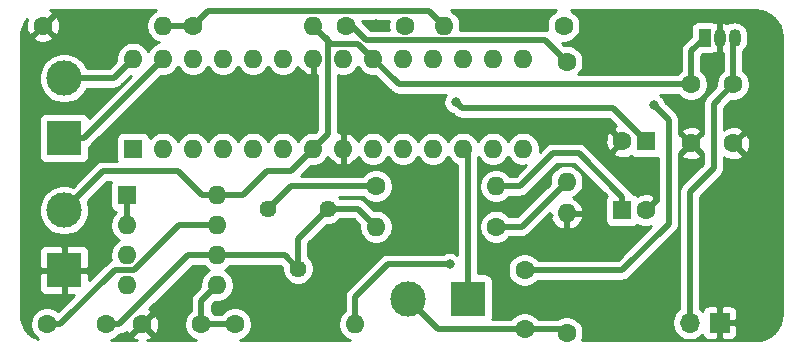
<source format=gbr>
G04 #@! TF.GenerationSoftware,KiCad,Pcbnew,(5.1.7)-1*
G04 #@! TF.CreationDate,2021-11-25T13:16:34-06:00*
G04 #@! TF.ProjectId,GuitarMicroBoard,47756974-6172-44d6-9963-726f426f6172,rev?*
G04 #@! TF.SameCoordinates,Original*
G04 #@! TF.FileFunction,Copper,L1,Top*
G04 #@! TF.FilePolarity,Positive*
%FSLAX46Y46*%
G04 Gerber Fmt 4.6, Leading zero omitted, Abs format (unit mm)*
G04 Created by KiCad (PCBNEW (5.1.7)-1) date 2021-11-25 13:16:34*
%MOMM*%
%LPD*%
G01*
G04 APERTURE LIST*
G04 #@! TA.AperFunction,ComponentPad*
%ADD10C,1.600000*%
G04 #@! TD*
G04 #@! TA.AperFunction,ComponentPad*
%ADD11R,1.600000X1.600000*%
G04 #@! TD*
G04 #@! TA.AperFunction,ComponentPad*
%ADD12C,3.000000*%
G04 #@! TD*
G04 #@! TA.AperFunction,ComponentPad*
%ADD13R,3.000000X3.000000*%
G04 #@! TD*
G04 #@! TA.AperFunction,ComponentPad*
%ADD14O,1.600000X1.600000*%
G04 #@! TD*
G04 #@! TA.AperFunction,ComponentPad*
%ADD15C,1.440000*%
G04 #@! TD*
G04 #@! TA.AperFunction,ComponentPad*
%ADD16O,1.050000X1.500000*%
G04 #@! TD*
G04 #@! TA.AperFunction,ComponentPad*
%ADD17R,1.050000X1.500000*%
G04 #@! TD*
G04 #@! TA.AperFunction,ComponentPad*
%ADD18R,1.700000X1.700000*%
G04 #@! TD*
G04 #@! TA.AperFunction,ComponentPad*
%ADD19O,1.700000X1.700000*%
G04 #@! TD*
G04 #@! TA.AperFunction,ViaPad*
%ADD20C,0.800000*%
G04 #@! TD*
G04 #@! TA.AperFunction,Conductor*
%ADD21C,0.500000*%
G04 #@! TD*
G04 #@! TA.AperFunction,Conductor*
%ADD22C,0.254000*%
G04 #@! TD*
G04 #@! TA.AperFunction,Conductor*
%ADD23C,0.100000*%
G04 #@! TD*
G04 APERTURE END LIST*
D10*
G04 #@! TO.P,C3,2*
G04 #@! TO.N,GND*
X173704000Y-107696000D03*
D11*
G04 #@! TO.P,C3,1*
G04 #@! TO.N,Net-(C3-Pad1)*
X171704000Y-107696000D03*
G04 #@! TD*
G04 #@! TO.P,C6,1*
G04 #@! TO.N,/VREF*
X173736000Y-101854000D03*
D10*
G04 #@! TO.P,C6,2*
G04 #@! TO.N,GND*
X171736000Y-101854000D03*
G04 #@! TD*
D12*
G04 #@! TO.P,J2,2*
G04 #@! TO.N,+3V3*
X124460000Y-107696000D03*
D13*
G04 #@! TO.P,J2,1*
G04 #@! TO.N,GND*
X124460000Y-112776000D03*
G04 #@! TD*
G04 #@! TO.P,J3,1*
G04 #@! TO.N,/SDA*
X124460000Y-101600000D03*
D12*
G04 #@! TO.P,J3,2*
G04 #@! TO.N,/SCL*
X124460000Y-96520000D03*
G04 #@! TD*
G04 #@! TO.P,J4,2*
G04 #@! TO.N,/Guitar*
X153543000Y-115189000D03*
D13*
G04 #@! TO.P,J4,1*
G04 #@! TO.N,/ButtonB*
X158623000Y-115189000D03*
G04 #@! TD*
D14*
G04 #@! TO.P,R1,2*
G04 #@! TO.N,GND*
X167005000Y-107950000D03*
D10*
G04 #@! TO.P,R1,1*
G04 #@! TO.N,/Guitar*
X167005000Y-118110000D03*
G04 #@! TD*
G04 #@! TO.P,R2,1*
G04 #@! TO.N,Net-(C1-Pad1)*
X166751000Y-92075000D03*
D14*
G04 #@! TO.P,R2,2*
G04 #@! TO.N,/VREF*
X156591000Y-92075000D03*
G04 #@! TD*
D10*
G04 #@! TO.P,R3,1*
G04 #@! TO.N,Net-(C2-Pad2)*
X138938000Y-117348000D03*
D14*
G04 #@! TO.P,R3,2*
G04 #@! TO.N,Net-(C1-Pad1)*
X149098000Y-117348000D03*
G04 #@! TD*
G04 #@! TO.P,R4,2*
G04 #@! TO.N,Net-(C3-Pad1)*
X161036000Y-105664000D03*
D10*
G04 #@! TO.P,R4,1*
G04 #@! TO.N,Net-(R4-Pad1)*
X150876000Y-105664000D03*
G04 #@! TD*
D14*
G04 #@! TO.P,R5,2*
G04 #@! TO.N,Net-(C4-Pad1)*
X150876000Y-109093000D03*
D10*
G04 #@! TO.P,R5,1*
G04 #@! TO.N,Net-(C4-Pad2)*
X161036000Y-109093000D03*
G04 #@! TD*
G04 #@! TO.P,R6,1*
G04 #@! TO.N,/A0*
X167005000Y-95123000D03*
D14*
G04 #@! TO.P,R6,2*
G04 #@! TO.N,Net-(C4-Pad2)*
X167005000Y-105283000D03*
G04 #@! TD*
G04 #@! TO.P,R7,2*
G04 #@! TO.N,+3V3*
X145542000Y-92075000D03*
D10*
G04 #@! TO.P,R7,1*
G04 #@! TO.N,/VREF*
X135382000Y-92075000D03*
G04 #@! TD*
G04 #@! TO.P,R8,1*
G04 #@! TO.N,GND*
X122682000Y-92075000D03*
D14*
G04 #@! TO.P,R8,2*
G04 #@! TO.N,/VREF*
X132842000Y-92075000D03*
G04 #@! TD*
D15*
G04 #@! TO.P,RV1,3*
G04 #@! TO.N,Net-(C4-Pad1)*
X146812000Y-107569000D03*
G04 #@! TO.P,RV1,2*
X144272000Y-112649000D03*
G04 #@! TO.P,RV1,1*
G04 #@! TO.N,Net-(R4-Pad1)*
X141732000Y-107569000D03*
G04 #@! TD*
D11*
G04 #@! TO.P,U1,1*
G04 #@! TO.N,N/C*
X130302000Y-102489000D03*
D14*
G04 #@! TO.P,U1,15*
X163322000Y-94869000D03*
G04 #@! TO.P,U1,2*
X132842000Y-102489000D03*
G04 #@! TO.P,U1,16*
X160782000Y-94869000D03*
G04 #@! TO.P,U1,3*
X135382000Y-102489000D03*
G04 #@! TO.P,U1,17*
X158242000Y-94869000D03*
G04 #@! TO.P,U1,4*
X137922000Y-102489000D03*
G04 #@! TO.P,U1,18*
X155702000Y-94869000D03*
G04 #@! TO.P,U1,5*
X140462000Y-102489000D03*
G04 #@! TO.P,U1,19*
X153162000Y-94869000D03*
G04 #@! TO.P,U1,6*
X143002000Y-102489000D03*
G04 #@! TO.P,U1,20*
G04 #@! TO.N,+3V3*
X150622000Y-94869000D03*
G04 #@! TO.P,U1,7*
X145542000Y-102489000D03*
G04 #@! TO.P,U1,21*
G04 #@! TO.N,N/C*
X148082000Y-94869000D03*
G04 #@! TO.P,U1,8*
G04 #@! TO.N,GND*
X148082000Y-102489000D03*
G04 #@! TO.P,U1,22*
X145542000Y-94869000D03*
G04 #@! TO.P,U1,9*
G04 #@! TO.N,N/C*
X150622000Y-102489000D03*
G04 #@! TO.P,U1,23*
G04 #@! TO.N,/A0*
X143002000Y-94869000D03*
G04 #@! TO.P,U1,10*
G04 #@! TO.N,N/C*
X153162000Y-102489000D03*
G04 #@! TO.P,U1,24*
X140462000Y-94869000D03*
G04 #@! TO.P,U1,11*
X155702000Y-102489000D03*
G04 #@! TO.P,U1,25*
X137922000Y-94869000D03*
G04 #@! TO.P,U1,12*
G04 #@! TO.N,/ButtonB*
X158242000Y-102489000D03*
G04 #@! TO.P,U1,26*
G04 #@! TO.N,N/C*
X135382000Y-94869000D03*
G04 #@! TO.P,U1,13*
X160782000Y-102489000D03*
G04 #@! TO.P,U1,27*
G04 #@! TO.N,/SDA*
X132842000Y-94869000D03*
G04 #@! TO.P,U1,14*
G04 #@! TO.N,N/C*
X163322000Y-102489000D03*
G04 #@! TO.P,U1,28*
G04 #@! TO.N,/SCL*
X130302000Y-94869000D03*
G04 #@! TD*
D11*
G04 #@! TO.P,U2,1*
G04 #@! TO.N,Net-(U2-Pad1)*
X129794000Y-106426000D03*
D14*
G04 #@! TO.P,U2,5*
G04 #@! TO.N,Net-(C2-Pad2)*
X137414000Y-114046000D03*
G04 #@! TO.P,U2,2*
G04 #@! TO.N,Net-(U2-Pad1)*
X129794000Y-108966000D03*
G04 #@! TO.P,U2,6*
G04 #@! TO.N,Net-(C4-Pad1)*
X137414000Y-111506000D03*
G04 #@! TO.P,U2,3*
G04 #@! TO.N,/VREF*
X129794000Y-111506000D03*
G04 #@! TO.P,U2,7*
G04 #@! TO.N,Net-(C4-Pad2)*
X137414000Y-108966000D03*
G04 #@! TO.P,U2,4*
G04 #@! TO.N,GND*
X129794000Y-114046000D03*
G04 #@! TO.P,U2,8*
G04 #@! TO.N,+3V3*
X137414000Y-106426000D03*
G04 #@! TD*
D16*
G04 #@! TO.P,U3,2*
G04 #@! TO.N,GND*
X179959000Y-93091000D03*
G04 #@! TO.P,U3,3*
G04 #@! TO.N,+9V*
X181229000Y-93091000D03*
D17*
G04 #@! TO.P,U3,1*
G04 #@! TO.N,+3V3*
X178689000Y-93091000D03*
G04 #@! TD*
D18*
G04 #@! TO.P,J1,1*
G04 #@! TO.N,GND*
X179959000Y-117221000D03*
D19*
G04 #@! TO.P,J1,2*
G04 #@! TO.N,+9V*
X177419000Y-117221000D03*
G04 #@! TD*
D10*
G04 #@! TO.P,C1,2*
G04 #@! TO.N,/Guitar*
X163449000Y-117776000D03*
G04 #@! TO.P,C1,1*
G04 #@! TO.N,Net-(C1-Pad1)*
X163449000Y-112776000D03*
G04 #@! TD*
G04 #@! TO.P,C2,1*
G04 #@! TO.N,GND*
X131064000Y-117348000D03*
G04 #@! TO.P,C2,2*
G04 #@! TO.N,Net-(C2-Pad2)*
X136064000Y-117348000D03*
G04 #@! TD*
G04 #@! TO.P,C4,1*
G04 #@! TO.N,Net-(C4-Pad1)*
X128016000Y-117348000D03*
G04 #@! TO.P,C4,2*
G04 #@! TO.N,Net-(C4-Pad2)*
X123016000Y-117348000D03*
G04 #@! TD*
G04 #@! TO.P,C5,2*
G04 #@! TO.N,GND*
X153336000Y-92075000D03*
G04 #@! TO.P,C5,1*
G04 #@! TO.N,/A0*
X148336000Y-92075000D03*
G04 #@! TD*
G04 #@! TO.P,C7,2*
G04 #@! TO.N,GND*
X181102000Y-102028000D03*
G04 #@! TO.P,C7,1*
G04 #@! TO.N,+9V*
X181102000Y-97028000D03*
G04 #@! TD*
G04 #@! TO.P,C8,1*
G04 #@! TO.N,+3V3*
X177546000Y-97028000D03*
G04 #@! TO.P,C8,2*
G04 #@! TO.N,GND*
X177546000Y-102028000D03*
G04 #@! TD*
D20*
G04 #@! TO.N,Net-(C1-Pad1)*
X157099000Y-112268000D03*
X174371000Y-98806000D03*
G04 #@! TO.N,GND*
X159766000Y-91948000D03*
X150876000Y-91948000D03*
X154305000Y-98425000D03*
G04 #@! TO.N,/VREF*
X157607000Y-98552000D03*
G04 #@! TD*
D21*
G04 #@! TO.N,Net-(C1-Pad1)*
X149098000Y-117348000D02*
X149098000Y-115062000D01*
X151892000Y-112268000D02*
X157099000Y-112268000D01*
X149098000Y-115062000D02*
X151892000Y-112268000D01*
X163449000Y-112776000D02*
X171704000Y-112776000D01*
X171704000Y-112776000D02*
X175641000Y-108839000D01*
X175641000Y-100076000D02*
X174371000Y-98806000D01*
X175641000Y-108839000D02*
X175641000Y-100076000D01*
G04 #@! TO.N,/Guitar*
X166671000Y-117776000D02*
X167005000Y-118110000D01*
X163449000Y-117776000D02*
X166671000Y-117776000D01*
X156130000Y-117776000D02*
X153543000Y-115189000D01*
X163449000Y-117776000D02*
X156130000Y-117776000D01*
G04 #@! TO.N,Net-(C2-Pad2)*
X136064000Y-117348000D02*
X138938000Y-117348000D01*
X136064000Y-115396000D02*
X137414000Y-114046000D01*
X136064000Y-117348000D02*
X136064000Y-115396000D01*
G04 #@! TO.N,Net-(C3-Pad1)*
X161036000Y-105664000D02*
X163068000Y-105664000D01*
X163068000Y-105664000D02*
X165862000Y-102870000D01*
X165862000Y-102870000D02*
X168021000Y-102870000D01*
X171704000Y-106553000D02*
X171704000Y-107696000D01*
X168021000Y-102870000D02*
X171704000Y-106553000D01*
G04 #@! TO.N,Net-(C4-Pad2)*
X163195000Y-109093000D02*
X167005000Y-105283000D01*
X161036000Y-109093000D02*
X163195000Y-109093000D01*
X124147370Y-117348000D02*
X123016000Y-117348000D01*
X128739369Y-112756001D02*
X124147370Y-117348000D01*
X130394001Y-112756001D02*
X128739369Y-112756001D01*
X134184002Y-108966000D02*
X130394001Y-112756001D01*
X137414000Y-108966000D02*
X134184002Y-108966000D01*
G04 #@! TO.N,Net-(C4-Pad1)*
X134989370Y-111506000D02*
X137414000Y-111506000D01*
X129147370Y-117348000D02*
X134989370Y-111506000D01*
X128016000Y-117348000D02*
X129147370Y-117348000D01*
X143129000Y-111506000D02*
X144272000Y-112649000D01*
X137414000Y-111506000D02*
X143129000Y-111506000D01*
X149352000Y-107569000D02*
X150876000Y-109093000D01*
X146812000Y-107569000D02*
X149352000Y-107569000D01*
X144272000Y-110109000D02*
X146812000Y-107569000D01*
X144272000Y-112649000D02*
X144272000Y-110109000D01*
G04 #@! TO.N,/A0*
X150067964Y-93325001D02*
X148817963Y-92075000D01*
X148817963Y-92075000D02*
X148336000Y-92075000D01*
X165207001Y-93325001D02*
X150067964Y-93325001D01*
X167005000Y-95123000D02*
X165207001Y-93325001D01*
G04 #@! TO.N,/VREF*
X132842000Y-92075000D02*
X135382000Y-92075000D01*
X136632001Y-90824999D02*
X135382000Y-92075000D01*
X155340999Y-90824999D02*
X136632001Y-90824999D01*
X156591000Y-92075000D02*
X155340999Y-90824999D01*
X173736000Y-101854000D02*
X170942000Y-99060000D01*
X158115000Y-99060000D02*
X157607000Y-98552000D01*
X170942000Y-99060000D02*
X158115000Y-99060000D01*
G04 #@! TO.N,+9V*
X177419000Y-117221000D02*
X177419000Y-106172000D01*
X177419000Y-106172000D02*
X179451000Y-104140000D01*
X179451000Y-98679000D02*
X181102000Y-97028000D01*
X179451000Y-104140000D02*
X179451000Y-98679000D01*
X181102000Y-93218000D02*
X181229000Y-93091000D01*
X181102000Y-97028000D02*
X181102000Y-93218000D01*
G04 #@! TO.N,+3V3*
X177546000Y-94234000D02*
X178689000Y-93091000D01*
X177546000Y-97028000D02*
X177546000Y-94234000D01*
X149371999Y-93618999D02*
X150622000Y-94869000D01*
X147085999Y-93618999D02*
X149371999Y-93618999D01*
X145542000Y-92075000D02*
X147085999Y-93618999D01*
X137414000Y-106426000D02*
X136144000Y-106426000D01*
X136144000Y-106426000D02*
X134112000Y-104394000D01*
X127762000Y-104394000D02*
X124460000Y-107696000D01*
X134112000Y-104394000D02*
X127762000Y-104394000D01*
X146792001Y-101238999D02*
X145542000Y-102489000D01*
X146792001Y-93325001D02*
X146792001Y-101238999D01*
X145542000Y-92075000D02*
X146792001Y-93325001D01*
X152781000Y-97028000D02*
X177546000Y-97028000D01*
X150622000Y-94869000D02*
X152781000Y-97028000D01*
X137414000Y-106426000D02*
X139573000Y-106426000D01*
X139573000Y-106426000D02*
X141605000Y-104394000D01*
X143637000Y-104394000D02*
X145542000Y-102489000D01*
X141605000Y-104394000D02*
X143637000Y-104394000D01*
G04 #@! TO.N,/SDA*
X126111000Y-101600000D02*
X132842000Y-94869000D01*
X124460000Y-101600000D02*
X126111000Y-101600000D01*
G04 #@! TO.N,/SCL*
X128651000Y-96520000D02*
X130302000Y-94869000D01*
X124460000Y-96520000D02*
X128651000Y-96520000D01*
G04 #@! TO.N,/ButtonB*
X158623000Y-102870000D02*
X158242000Y-102489000D01*
X158623000Y-115189000D02*
X158623000Y-102870000D01*
G04 #@! TO.N,Net-(R4-Pad1)*
X143637000Y-105664000D02*
X141732000Y-107569000D01*
X150876000Y-105664000D02*
X143637000Y-105664000D01*
G04 #@! TO.N,Net-(U2-Pad1)*
X129794000Y-108966000D02*
X129794000Y-106426000D01*
G04 #@! TD*
D22*
G04 #@! TO.N,GND*
X183429495Y-90830877D02*
X183842638Y-90955612D01*
X184223680Y-91158214D01*
X184558111Y-91430970D01*
X184833197Y-91763492D01*
X185038457Y-92143114D01*
X185166071Y-92555367D01*
X185215000Y-93020893D01*
X185215001Y-116461601D01*
X185169123Y-116929496D01*
X185044388Y-117342637D01*
X184841786Y-117723679D01*
X184569029Y-118058111D01*
X184236508Y-118333197D01*
X183856885Y-118538458D01*
X183444633Y-118666071D01*
X182979106Y-118715000D01*
X168307633Y-118715000D01*
X168384853Y-118528574D01*
X168440000Y-118251335D01*
X168440000Y-117968665D01*
X168384853Y-117691426D01*
X168276680Y-117430273D01*
X168119637Y-117195241D01*
X167999136Y-117074740D01*
X175934000Y-117074740D01*
X175934000Y-117367260D01*
X175991068Y-117654158D01*
X176103010Y-117924411D01*
X176265525Y-118167632D01*
X176472368Y-118374475D01*
X176715589Y-118536990D01*
X176985842Y-118648932D01*
X177272740Y-118706000D01*
X177565260Y-118706000D01*
X177852158Y-118648932D01*
X178122411Y-118536990D01*
X178365632Y-118374475D01*
X178497487Y-118242620D01*
X178519498Y-118315180D01*
X178578463Y-118425494D01*
X178657815Y-118522185D01*
X178754506Y-118601537D01*
X178864820Y-118660502D01*
X178984518Y-118696812D01*
X179109000Y-118709072D01*
X179673250Y-118706000D01*
X179832000Y-118547250D01*
X179832000Y-117348000D01*
X180086000Y-117348000D01*
X180086000Y-118547250D01*
X180244750Y-118706000D01*
X180809000Y-118709072D01*
X180933482Y-118696812D01*
X181053180Y-118660502D01*
X181163494Y-118601537D01*
X181260185Y-118522185D01*
X181339537Y-118425494D01*
X181398502Y-118315180D01*
X181434812Y-118195482D01*
X181447072Y-118071000D01*
X181444000Y-117506750D01*
X181285250Y-117348000D01*
X180086000Y-117348000D01*
X179832000Y-117348000D01*
X179812000Y-117348000D01*
X179812000Y-117094000D01*
X179832000Y-117094000D01*
X179832000Y-115894750D01*
X180086000Y-115894750D01*
X180086000Y-117094000D01*
X181285250Y-117094000D01*
X181444000Y-116935250D01*
X181447072Y-116371000D01*
X181434812Y-116246518D01*
X181398502Y-116126820D01*
X181339537Y-116016506D01*
X181260185Y-115919815D01*
X181163494Y-115840463D01*
X181053180Y-115781498D01*
X180933482Y-115745188D01*
X180809000Y-115732928D01*
X180244750Y-115736000D01*
X180086000Y-115894750D01*
X179832000Y-115894750D01*
X179673250Y-115736000D01*
X179109000Y-115732928D01*
X178984518Y-115745188D01*
X178864820Y-115781498D01*
X178754506Y-115840463D01*
X178657815Y-115919815D01*
X178578463Y-116016506D01*
X178519498Y-116126820D01*
X178497487Y-116199380D01*
X178365632Y-116067525D01*
X178304000Y-116026344D01*
X178304000Y-106538578D01*
X180046050Y-104796529D01*
X180079817Y-104768817D01*
X180108134Y-104734314D01*
X180166210Y-104663548D01*
X180190411Y-104634059D01*
X180272589Y-104480313D01*
X180323195Y-104313490D01*
X180336000Y-104183477D01*
X180336000Y-104183469D01*
X180340281Y-104140000D01*
X180336000Y-104096531D01*
X180336000Y-103181218D01*
X180360486Y-103264671D01*
X180615996Y-103385571D01*
X180890184Y-103454300D01*
X181172512Y-103468217D01*
X181452130Y-103426787D01*
X181718292Y-103331603D01*
X181843514Y-103264671D01*
X181915097Y-103020702D01*
X181102000Y-102207605D01*
X181087858Y-102221748D01*
X180908253Y-102042143D01*
X180922395Y-102028000D01*
X181281605Y-102028000D01*
X182094702Y-102841097D01*
X182338671Y-102769514D01*
X182459571Y-102514004D01*
X182528300Y-102239816D01*
X182542217Y-101957488D01*
X182500787Y-101677870D01*
X182405603Y-101411708D01*
X182338671Y-101286486D01*
X182094702Y-101214903D01*
X181281605Y-102028000D01*
X180922395Y-102028000D01*
X180908253Y-102013858D01*
X181087858Y-101834253D01*
X181102000Y-101848395D01*
X181915097Y-101035298D01*
X181843514Y-100791329D01*
X181588004Y-100670429D01*
X181313816Y-100601700D01*
X181031488Y-100587783D01*
X180751870Y-100629213D01*
X180485708Y-100724397D01*
X180360486Y-100791329D01*
X180336000Y-100874782D01*
X180336000Y-99045578D01*
X180925561Y-98456017D01*
X180960665Y-98463000D01*
X181243335Y-98463000D01*
X181520574Y-98407853D01*
X181781727Y-98299680D01*
X182016759Y-98142637D01*
X182216637Y-97942759D01*
X182373680Y-97707727D01*
X182481853Y-97446574D01*
X182537000Y-97169335D01*
X182537000Y-96886665D01*
X182481853Y-96609426D01*
X182373680Y-96348273D01*
X182216637Y-96113241D01*
X182016759Y-95913363D01*
X181987000Y-95893479D01*
X181987000Y-94194551D01*
X182053212Y-94140212D01*
X182198171Y-93963579D01*
X182305885Y-93762059D01*
X182372215Y-93543399D01*
X182389000Y-93372978D01*
X182389000Y-92809021D01*
X182372215Y-92638600D01*
X182305885Y-92419940D01*
X182198171Y-92218421D01*
X182053212Y-92041788D01*
X181876578Y-91896829D01*
X181675059Y-91789115D01*
X181456399Y-91722785D01*
X181229000Y-91700388D01*
X181001600Y-91722785D01*
X180782940Y-91789115D01*
X180594331Y-91889929D01*
X180535882Y-91848725D01*
X180326337Y-91755728D01*
X180264810Y-91747036D01*
X180086000Y-91872837D01*
X180086000Y-92637892D01*
X180085785Y-92638601D01*
X180069000Y-92809022D01*
X180069000Y-93372979D01*
X180085785Y-93543400D01*
X180086000Y-93544109D01*
X180086000Y-94309163D01*
X180217001Y-94401328D01*
X180217000Y-95893479D01*
X180187241Y-95913363D01*
X179987363Y-96113241D01*
X179830320Y-96348273D01*
X179722147Y-96609426D01*
X179667000Y-96886665D01*
X179667000Y-97169335D01*
X179673983Y-97204439D01*
X178855951Y-98022471D01*
X178822184Y-98050183D01*
X178794471Y-98083951D01*
X178794468Y-98083954D01*
X178711590Y-98184941D01*
X178629412Y-98338687D01*
X178578805Y-98505510D01*
X178561719Y-98679000D01*
X178566001Y-98722479D01*
X178566001Y-101222913D01*
X178538702Y-101214903D01*
X177725605Y-102028000D01*
X178538702Y-102841097D01*
X178566000Y-102833087D01*
X178566000Y-103773421D01*
X176823951Y-105515471D01*
X176790184Y-105543183D01*
X176762471Y-105576951D01*
X176762468Y-105576954D01*
X176679590Y-105677941D01*
X176597412Y-105831687D01*
X176546805Y-105998510D01*
X176529719Y-106172000D01*
X176534001Y-106215479D01*
X176534000Y-116026344D01*
X176472368Y-116067525D01*
X176265525Y-116274368D01*
X176103010Y-116517589D01*
X175991068Y-116787842D01*
X175934000Y-117074740D01*
X167999136Y-117074740D01*
X167919759Y-116995363D01*
X167684727Y-116838320D01*
X167423574Y-116730147D01*
X167146335Y-116675000D01*
X166863665Y-116675000D01*
X166586426Y-116730147D01*
X166325273Y-116838320D01*
X166246432Y-116891000D01*
X164583521Y-116891000D01*
X164563637Y-116861241D01*
X164363759Y-116661363D01*
X164128727Y-116504320D01*
X163867574Y-116396147D01*
X163590335Y-116341000D01*
X163307665Y-116341000D01*
X163030426Y-116396147D01*
X162769273Y-116504320D01*
X162534241Y-116661363D01*
X162334363Y-116861241D01*
X162314479Y-116891000D01*
X160725297Y-116891000D01*
X160748812Y-116813482D01*
X160761072Y-116689000D01*
X160761072Y-113689000D01*
X160748812Y-113564518D01*
X160712502Y-113444820D01*
X160653537Y-113334506D01*
X160574185Y-113237815D01*
X160477494Y-113158463D01*
X160367180Y-113099498D01*
X160247482Y-113063188D01*
X160123000Y-113050928D01*
X159508000Y-113050928D01*
X159508000Y-108951665D01*
X159601000Y-108951665D01*
X159601000Y-109234335D01*
X159656147Y-109511574D01*
X159764320Y-109772727D01*
X159921363Y-110007759D01*
X160121241Y-110207637D01*
X160356273Y-110364680D01*
X160617426Y-110472853D01*
X160894665Y-110528000D01*
X161177335Y-110528000D01*
X161454574Y-110472853D01*
X161715727Y-110364680D01*
X161950759Y-110207637D01*
X162150637Y-110007759D01*
X162170521Y-109978000D01*
X163151531Y-109978000D01*
X163195000Y-109982281D01*
X163238469Y-109978000D01*
X163238477Y-109978000D01*
X163368490Y-109965195D01*
X163535313Y-109914589D01*
X163689059Y-109832411D01*
X163823817Y-109721817D01*
X163851534Y-109688044D01*
X165570000Y-107969579D01*
X165570000Y-108077002D01*
X165734375Y-108077002D01*
X165613091Y-108299040D01*
X165707930Y-108563881D01*
X165852615Y-108805131D01*
X166041586Y-109013519D01*
X166267580Y-109181037D01*
X166521913Y-109301246D01*
X166655961Y-109341904D01*
X166878000Y-109219915D01*
X166878000Y-108077000D01*
X167132000Y-108077000D01*
X167132000Y-109219915D01*
X167354039Y-109341904D01*
X167488087Y-109301246D01*
X167742420Y-109181037D01*
X167968414Y-109013519D01*
X168157385Y-108805131D01*
X168302070Y-108563881D01*
X168396909Y-108299040D01*
X168275624Y-108077000D01*
X167132000Y-108077000D01*
X166878000Y-108077000D01*
X166858000Y-108077000D01*
X166858000Y-107823000D01*
X166878000Y-107823000D01*
X166878000Y-107803000D01*
X167132000Y-107803000D01*
X167132000Y-107823000D01*
X168275624Y-107823000D01*
X168396909Y-107600960D01*
X168302070Y-107336119D01*
X168157385Y-107094869D01*
X167968414Y-106886481D01*
X167742420Y-106718963D01*
X167530232Y-106618674D01*
X167684727Y-106554680D01*
X167919759Y-106397637D01*
X168119637Y-106197759D01*
X168276680Y-105962727D01*
X168384853Y-105701574D01*
X168440000Y-105424335D01*
X168440000Y-105141665D01*
X168384853Y-104864426D01*
X168276680Y-104603273D01*
X168119637Y-104368241D01*
X167919759Y-104168363D01*
X167684727Y-104011320D01*
X167423574Y-103903147D01*
X167146335Y-103848000D01*
X166863665Y-103848000D01*
X166586426Y-103903147D01*
X166325273Y-104011320D01*
X166090241Y-104168363D01*
X165890363Y-104368241D01*
X165733320Y-104603273D01*
X165625147Y-104864426D01*
X165570000Y-105141665D01*
X165570000Y-105424335D01*
X165576983Y-105459439D01*
X162828422Y-108208000D01*
X162170521Y-108208000D01*
X162150637Y-108178241D01*
X161950759Y-107978363D01*
X161715727Y-107821320D01*
X161454574Y-107713147D01*
X161177335Y-107658000D01*
X160894665Y-107658000D01*
X160617426Y-107713147D01*
X160356273Y-107821320D01*
X160121241Y-107978363D01*
X159921363Y-108178241D01*
X159764320Y-108413273D01*
X159656147Y-108674426D01*
X159601000Y-108951665D01*
X159508000Y-108951665D01*
X159508000Y-103177228D01*
X159512000Y-103171241D01*
X159667363Y-103403759D01*
X159867241Y-103603637D01*
X160102273Y-103760680D01*
X160363426Y-103868853D01*
X160640665Y-103924000D01*
X160923335Y-103924000D01*
X161200574Y-103868853D01*
X161461727Y-103760680D01*
X161696759Y-103603637D01*
X161896637Y-103403759D01*
X162052000Y-103171241D01*
X162207363Y-103403759D01*
X162407241Y-103603637D01*
X162642273Y-103760680D01*
X162903426Y-103868853D01*
X163180665Y-103924000D01*
X163463335Y-103924000D01*
X163579536Y-103900886D01*
X162701422Y-104779000D01*
X162170521Y-104779000D01*
X162150637Y-104749241D01*
X161950759Y-104549363D01*
X161715727Y-104392320D01*
X161454574Y-104284147D01*
X161177335Y-104229000D01*
X160894665Y-104229000D01*
X160617426Y-104284147D01*
X160356273Y-104392320D01*
X160121241Y-104549363D01*
X159921363Y-104749241D01*
X159764320Y-104984273D01*
X159656147Y-105245426D01*
X159601000Y-105522665D01*
X159601000Y-105805335D01*
X159656147Y-106082574D01*
X159764320Y-106343727D01*
X159921363Y-106578759D01*
X160121241Y-106778637D01*
X160356273Y-106935680D01*
X160617426Y-107043853D01*
X160894665Y-107099000D01*
X161177335Y-107099000D01*
X161454574Y-107043853D01*
X161715727Y-106935680D01*
X161950759Y-106778637D01*
X162150637Y-106578759D01*
X162170521Y-106549000D01*
X163024531Y-106549000D01*
X163068000Y-106553281D01*
X163111469Y-106549000D01*
X163111477Y-106549000D01*
X163241490Y-106536195D01*
X163408313Y-106485589D01*
X163562059Y-106403411D01*
X163696817Y-106292817D01*
X163724534Y-106259044D01*
X166228579Y-103755000D01*
X167654422Y-103755000D01*
X170403873Y-106504452D01*
X170373463Y-106541506D01*
X170314498Y-106651820D01*
X170278188Y-106771518D01*
X170265928Y-106896000D01*
X170265928Y-108496000D01*
X170278188Y-108620482D01*
X170314498Y-108740180D01*
X170373463Y-108850494D01*
X170452815Y-108947185D01*
X170549506Y-109026537D01*
X170659820Y-109085502D01*
X170779518Y-109121812D01*
X170904000Y-109134072D01*
X172504000Y-109134072D01*
X172628482Y-109121812D01*
X172748180Y-109085502D01*
X172858494Y-109026537D01*
X172955185Y-108947185D01*
X172965807Y-108934242D01*
X173217996Y-109053571D01*
X173492184Y-109122300D01*
X173774512Y-109136217D01*
X174054130Y-109094787D01*
X174177894Y-109050527D01*
X171337422Y-111891000D01*
X164583521Y-111891000D01*
X164563637Y-111861241D01*
X164363759Y-111661363D01*
X164128727Y-111504320D01*
X163867574Y-111396147D01*
X163590335Y-111341000D01*
X163307665Y-111341000D01*
X163030426Y-111396147D01*
X162769273Y-111504320D01*
X162534241Y-111661363D01*
X162334363Y-111861241D01*
X162177320Y-112096273D01*
X162069147Y-112357426D01*
X162014000Y-112634665D01*
X162014000Y-112917335D01*
X162069147Y-113194574D01*
X162177320Y-113455727D01*
X162334363Y-113690759D01*
X162534241Y-113890637D01*
X162769273Y-114047680D01*
X163030426Y-114155853D01*
X163307665Y-114211000D01*
X163590335Y-114211000D01*
X163867574Y-114155853D01*
X164128727Y-114047680D01*
X164363759Y-113890637D01*
X164563637Y-113690759D01*
X164583521Y-113661000D01*
X171660531Y-113661000D01*
X171704000Y-113665281D01*
X171747469Y-113661000D01*
X171747477Y-113661000D01*
X171877490Y-113648195D01*
X172044313Y-113597589D01*
X172198059Y-113515411D01*
X172332817Y-113404817D01*
X172360534Y-113371044D01*
X176236050Y-109495528D01*
X176269817Y-109467817D01*
X176338134Y-109384574D01*
X176380411Y-109333059D01*
X176440992Y-109219718D01*
X176462589Y-109179313D01*
X176513195Y-109012490D01*
X176526000Y-108882477D01*
X176526000Y-108882469D01*
X176530281Y-108839000D01*
X176526000Y-108795531D01*
X176526000Y-103020702D01*
X176732903Y-103020702D01*
X176804486Y-103264671D01*
X177059996Y-103385571D01*
X177334184Y-103454300D01*
X177616512Y-103468217D01*
X177896130Y-103426787D01*
X178162292Y-103331603D01*
X178287514Y-103264671D01*
X178359097Y-103020702D01*
X177546000Y-102207605D01*
X176732903Y-103020702D01*
X176526000Y-103020702D01*
X176526000Y-102833087D01*
X176553298Y-102841097D01*
X177366395Y-102028000D01*
X176553298Y-101214903D01*
X176526000Y-101222913D01*
X176526000Y-101035298D01*
X176732903Y-101035298D01*
X177546000Y-101848395D01*
X178359097Y-101035298D01*
X178287514Y-100791329D01*
X178032004Y-100670429D01*
X177757816Y-100601700D01*
X177475488Y-100587783D01*
X177195870Y-100629213D01*
X176929708Y-100724397D01*
X176804486Y-100791329D01*
X176732903Y-101035298D01*
X176526000Y-101035298D01*
X176526000Y-100119465D01*
X176530281Y-100075999D01*
X176526000Y-100032533D01*
X176526000Y-100032523D01*
X176513195Y-99902510D01*
X176462589Y-99735687D01*
X176380411Y-99581941D01*
X176269817Y-99447183D01*
X176236049Y-99419470D01*
X175377535Y-98560957D01*
X175366226Y-98504102D01*
X175288205Y-98315744D01*
X175174937Y-98146226D01*
X175030774Y-98002063D01*
X174897481Y-97913000D01*
X176411479Y-97913000D01*
X176431363Y-97942759D01*
X176631241Y-98142637D01*
X176866273Y-98299680D01*
X177127426Y-98407853D01*
X177404665Y-98463000D01*
X177687335Y-98463000D01*
X177964574Y-98407853D01*
X178225727Y-98299680D01*
X178460759Y-98142637D01*
X178660637Y-97942759D01*
X178817680Y-97707727D01*
X178925853Y-97446574D01*
X178981000Y-97169335D01*
X178981000Y-96886665D01*
X178925853Y-96609426D01*
X178817680Y-96348273D01*
X178660637Y-96113241D01*
X178460759Y-95913363D01*
X178431000Y-95893479D01*
X178431000Y-94600578D01*
X178552506Y-94479072D01*
X179214000Y-94479072D01*
X179338482Y-94466812D01*
X179458180Y-94430502D01*
X179523057Y-94395824D01*
X179591663Y-94426272D01*
X179653190Y-94434964D01*
X179832000Y-94309163D01*
X179832000Y-93991235D01*
X179839812Y-93965482D01*
X179852072Y-93841000D01*
X179852072Y-92341000D01*
X179839812Y-92216518D01*
X179832000Y-92190765D01*
X179832000Y-91872837D01*
X179653190Y-91747036D01*
X179591663Y-91755728D01*
X179523057Y-91786176D01*
X179458180Y-91751498D01*
X179338482Y-91715188D01*
X179214000Y-91702928D01*
X178164000Y-91702928D01*
X178039518Y-91715188D01*
X177919820Y-91751498D01*
X177809506Y-91810463D01*
X177712815Y-91889815D01*
X177633463Y-91986506D01*
X177574498Y-92096820D01*
X177538188Y-92216518D01*
X177525928Y-92341000D01*
X177525928Y-93002493D01*
X176950951Y-93577471D01*
X176917184Y-93605183D01*
X176889471Y-93638951D01*
X176889468Y-93638954D01*
X176806590Y-93739941D01*
X176724412Y-93893687D01*
X176673805Y-94060510D01*
X176656719Y-94234000D01*
X176661001Y-94277479D01*
X176661000Y-95893478D01*
X176631241Y-95913363D01*
X176431363Y-96113241D01*
X176411479Y-96143000D01*
X168014396Y-96143000D01*
X168119637Y-96037759D01*
X168276680Y-95802727D01*
X168384853Y-95541574D01*
X168440000Y-95264335D01*
X168440000Y-94981665D01*
X168384853Y-94704426D01*
X168276680Y-94443273D01*
X168119637Y-94208241D01*
X167919759Y-94008363D01*
X167684727Y-93851320D01*
X167423574Y-93743147D01*
X167146335Y-93688000D01*
X166863665Y-93688000D01*
X166828561Y-93694983D01*
X166643578Y-93510000D01*
X166892335Y-93510000D01*
X167169574Y-93454853D01*
X167430727Y-93346680D01*
X167665759Y-93189637D01*
X167865637Y-92989759D01*
X168022680Y-92754727D01*
X168130853Y-92493574D01*
X168186000Y-92216335D01*
X168186000Y-91933665D01*
X168130853Y-91656426D01*
X168022680Y-91395273D01*
X167865637Y-91160241D01*
X167665759Y-90960363D01*
X167430727Y-90803320D01*
X167386499Y-90785000D01*
X182961611Y-90785000D01*
X183429495Y-90830877D01*
G04 #@! TA.AperFunction,Conductor*
D23*
G36*
X183429495Y-90830877D02*
G01*
X183842638Y-90955612D01*
X184223680Y-91158214D01*
X184558111Y-91430970D01*
X184833197Y-91763492D01*
X185038457Y-92143114D01*
X185166071Y-92555367D01*
X185215000Y-93020893D01*
X185215001Y-116461601D01*
X185169123Y-116929496D01*
X185044388Y-117342637D01*
X184841786Y-117723679D01*
X184569029Y-118058111D01*
X184236508Y-118333197D01*
X183856885Y-118538458D01*
X183444633Y-118666071D01*
X182979106Y-118715000D01*
X168307633Y-118715000D01*
X168384853Y-118528574D01*
X168440000Y-118251335D01*
X168440000Y-117968665D01*
X168384853Y-117691426D01*
X168276680Y-117430273D01*
X168119637Y-117195241D01*
X167999136Y-117074740D01*
X175934000Y-117074740D01*
X175934000Y-117367260D01*
X175991068Y-117654158D01*
X176103010Y-117924411D01*
X176265525Y-118167632D01*
X176472368Y-118374475D01*
X176715589Y-118536990D01*
X176985842Y-118648932D01*
X177272740Y-118706000D01*
X177565260Y-118706000D01*
X177852158Y-118648932D01*
X178122411Y-118536990D01*
X178365632Y-118374475D01*
X178497487Y-118242620D01*
X178519498Y-118315180D01*
X178578463Y-118425494D01*
X178657815Y-118522185D01*
X178754506Y-118601537D01*
X178864820Y-118660502D01*
X178984518Y-118696812D01*
X179109000Y-118709072D01*
X179673250Y-118706000D01*
X179832000Y-118547250D01*
X179832000Y-117348000D01*
X180086000Y-117348000D01*
X180086000Y-118547250D01*
X180244750Y-118706000D01*
X180809000Y-118709072D01*
X180933482Y-118696812D01*
X181053180Y-118660502D01*
X181163494Y-118601537D01*
X181260185Y-118522185D01*
X181339537Y-118425494D01*
X181398502Y-118315180D01*
X181434812Y-118195482D01*
X181447072Y-118071000D01*
X181444000Y-117506750D01*
X181285250Y-117348000D01*
X180086000Y-117348000D01*
X179832000Y-117348000D01*
X179812000Y-117348000D01*
X179812000Y-117094000D01*
X179832000Y-117094000D01*
X179832000Y-115894750D01*
X180086000Y-115894750D01*
X180086000Y-117094000D01*
X181285250Y-117094000D01*
X181444000Y-116935250D01*
X181447072Y-116371000D01*
X181434812Y-116246518D01*
X181398502Y-116126820D01*
X181339537Y-116016506D01*
X181260185Y-115919815D01*
X181163494Y-115840463D01*
X181053180Y-115781498D01*
X180933482Y-115745188D01*
X180809000Y-115732928D01*
X180244750Y-115736000D01*
X180086000Y-115894750D01*
X179832000Y-115894750D01*
X179673250Y-115736000D01*
X179109000Y-115732928D01*
X178984518Y-115745188D01*
X178864820Y-115781498D01*
X178754506Y-115840463D01*
X178657815Y-115919815D01*
X178578463Y-116016506D01*
X178519498Y-116126820D01*
X178497487Y-116199380D01*
X178365632Y-116067525D01*
X178304000Y-116026344D01*
X178304000Y-106538578D01*
X180046050Y-104796529D01*
X180079817Y-104768817D01*
X180108134Y-104734314D01*
X180166210Y-104663548D01*
X180190411Y-104634059D01*
X180272589Y-104480313D01*
X180323195Y-104313490D01*
X180336000Y-104183477D01*
X180336000Y-104183469D01*
X180340281Y-104140000D01*
X180336000Y-104096531D01*
X180336000Y-103181218D01*
X180360486Y-103264671D01*
X180615996Y-103385571D01*
X180890184Y-103454300D01*
X181172512Y-103468217D01*
X181452130Y-103426787D01*
X181718292Y-103331603D01*
X181843514Y-103264671D01*
X181915097Y-103020702D01*
X181102000Y-102207605D01*
X181087858Y-102221748D01*
X180908253Y-102042143D01*
X180922395Y-102028000D01*
X181281605Y-102028000D01*
X182094702Y-102841097D01*
X182338671Y-102769514D01*
X182459571Y-102514004D01*
X182528300Y-102239816D01*
X182542217Y-101957488D01*
X182500787Y-101677870D01*
X182405603Y-101411708D01*
X182338671Y-101286486D01*
X182094702Y-101214903D01*
X181281605Y-102028000D01*
X180922395Y-102028000D01*
X180908253Y-102013858D01*
X181087858Y-101834253D01*
X181102000Y-101848395D01*
X181915097Y-101035298D01*
X181843514Y-100791329D01*
X181588004Y-100670429D01*
X181313816Y-100601700D01*
X181031488Y-100587783D01*
X180751870Y-100629213D01*
X180485708Y-100724397D01*
X180360486Y-100791329D01*
X180336000Y-100874782D01*
X180336000Y-99045578D01*
X180925561Y-98456017D01*
X180960665Y-98463000D01*
X181243335Y-98463000D01*
X181520574Y-98407853D01*
X181781727Y-98299680D01*
X182016759Y-98142637D01*
X182216637Y-97942759D01*
X182373680Y-97707727D01*
X182481853Y-97446574D01*
X182537000Y-97169335D01*
X182537000Y-96886665D01*
X182481853Y-96609426D01*
X182373680Y-96348273D01*
X182216637Y-96113241D01*
X182016759Y-95913363D01*
X181987000Y-95893479D01*
X181987000Y-94194551D01*
X182053212Y-94140212D01*
X182198171Y-93963579D01*
X182305885Y-93762059D01*
X182372215Y-93543399D01*
X182389000Y-93372978D01*
X182389000Y-92809021D01*
X182372215Y-92638600D01*
X182305885Y-92419940D01*
X182198171Y-92218421D01*
X182053212Y-92041788D01*
X181876578Y-91896829D01*
X181675059Y-91789115D01*
X181456399Y-91722785D01*
X181229000Y-91700388D01*
X181001600Y-91722785D01*
X180782940Y-91789115D01*
X180594331Y-91889929D01*
X180535882Y-91848725D01*
X180326337Y-91755728D01*
X180264810Y-91747036D01*
X180086000Y-91872837D01*
X180086000Y-92637892D01*
X180085785Y-92638601D01*
X180069000Y-92809022D01*
X180069000Y-93372979D01*
X180085785Y-93543400D01*
X180086000Y-93544109D01*
X180086000Y-94309163D01*
X180217001Y-94401328D01*
X180217000Y-95893479D01*
X180187241Y-95913363D01*
X179987363Y-96113241D01*
X179830320Y-96348273D01*
X179722147Y-96609426D01*
X179667000Y-96886665D01*
X179667000Y-97169335D01*
X179673983Y-97204439D01*
X178855951Y-98022471D01*
X178822184Y-98050183D01*
X178794471Y-98083951D01*
X178794468Y-98083954D01*
X178711590Y-98184941D01*
X178629412Y-98338687D01*
X178578805Y-98505510D01*
X178561719Y-98679000D01*
X178566001Y-98722479D01*
X178566001Y-101222913D01*
X178538702Y-101214903D01*
X177725605Y-102028000D01*
X178538702Y-102841097D01*
X178566000Y-102833087D01*
X178566000Y-103773421D01*
X176823951Y-105515471D01*
X176790184Y-105543183D01*
X176762471Y-105576951D01*
X176762468Y-105576954D01*
X176679590Y-105677941D01*
X176597412Y-105831687D01*
X176546805Y-105998510D01*
X176529719Y-106172000D01*
X176534001Y-106215479D01*
X176534000Y-116026344D01*
X176472368Y-116067525D01*
X176265525Y-116274368D01*
X176103010Y-116517589D01*
X175991068Y-116787842D01*
X175934000Y-117074740D01*
X167999136Y-117074740D01*
X167919759Y-116995363D01*
X167684727Y-116838320D01*
X167423574Y-116730147D01*
X167146335Y-116675000D01*
X166863665Y-116675000D01*
X166586426Y-116730147D01*
X166325273Y-116838320D01*
X166246432Y-116891000D01*
X164583521Y-116891000D01*
X164563637Y-116861241D01*
X164363759Y-116661363D01*
X164128727Y-116504320D01*
X163867574Y-116396147D01*
X163590335Y-116341000D01*
X163307665Y-116341000D01*
X163030426Y-116396147D01*
X162769273Y-116504320D01*
X162534241Y-116661363D01*
X162334363Y-116861241D01*
X162314479Y-116891000D01*
X160725297Y-116891000D01*
X160748812Y-116813482D01*
X160761072Y-116689000D01*
X160761072Y-113689000D01*
X160748812Y-113564518D01*
X160712502Y-113444820D01*
X160653537Y-113334506D01*
X160574185Y-113237815D01*
X160477494Y-113158463D01*
X160367180Y-113099498D01*
X160247482Y-113063188D01*
X160123000Y-113050928D01*
X159508000Y-113050928D01*
X159508000Y-108951665D01*
X159601000Y-108951665D01*
X159601000Y-109234335D01*
X159656147Y-109511574D01*
X159764320Y-109772727D01*
X159921363Y-110007759D01*
X160121241Y-110207637D01*
X160356273Y-110364680D01*
X160617426Y-110472853D01*
X160894665Y-110528000D01*
X161177335Y-110528000D01*
X161454574Y-110472853D01*
X161715727Y-110364680D01*
X161950759Y-110207637D01*
X162150637Y-110007759D01*
X162170521Y-109978000D01*
X163151531Y-109978000D01*
X163195000Y-109982281D01*
X163238469Y-109978000D01*
X163238477Y-109978000D01*
X163368490Y-109965195D01*
X163535313Y-109914589D01*
X163689059Y-109832411D01*
X163823817Y-109721817D01*
X163851534Y-109688044D01*
X165570000Y-107969579D01*
X165570000Y-108077002D01*
X165734375Y-108077002D01*
X165613091Y-108299040D01*
X165707930Y-108563881D01*
X165852615Y-108805131D01*
X166041586Y-109013519D01*
X166267580Y-109181037D01*
X166521913Y-109301246D01*
X166655961Y-109341904D01*
X166878000Y-109219915D01*
X166878000Y-108077000D01*
X167132000Y-108077000D01*
X167132000Y-109219915D01*
X167354039Y-109341904D01*
X167488087Y-109301246D01*
X167742420Y-109181037D01*
X167968414Y-109013519D01*
X168157385Y-108805131D01*
X168302070Y-108563881D01*
X168396909Y-108299040D01*
X168275624Y-108077000D01*
X167132000Y-108077000D01*
X166878000Y-108077000D01*
X166858000Y-108077000D01*
X166858000Y-107823000D01*
X166878000Y-107823000D01*
X166878000Y-107803000D01*
X167132000Y-107803000D01*
X167132000Y-107823000D01*
X168275624Y-107823000D01*
X168396909Y-107600960D01*
X168302070Y-107336119D01*
X168157385Y-107094869D01*
X167968414Y-106886481D01*
X167742420Y-106718963D01*
X167530232Y-106618674D01*
X167684727Y-106554680D01*
X167919759Y-106397637D01*
X168119637Y-106197759D01*
X168276680Y-105962727D01*
X168384853Y-105701574D01*
X168440000Y-105424335D01*
X168440000Y-105141665D01*
X168384853Y-104864426D01*
X168276680Y-104603273D01*
X168119637Y-104368241D01*
X167919759Y-104168363D01*
X167684727Y-104011320D01*
X167423574Y-103903147D01*
X167146335Y-103848000D01*
X166863665Y-103848000D01*
X166586426Y-103903147D01*
X166325273Y-104011320D01*
X166090241Y-104168363D01*
X165890363Y-104368241D01*
X165733320Y-104603273D01*
X165625147Y-104864426D01*
X165570000Y-105141665D01*
X165570000Y-105424335D01*
X165576983Y-105459439D01*
X162828422Y-108208000D01*
X162170521Y-108208000D01*
X162150637Y-108178241D01*
X161950759Y-107978363D01*
X161715727Y-107821320D01*
X161454574Y-107713147D01*
X161177335Y-107658000D01*
X160894665Y-107658000D01*
X160617426Y-107713147D01*
X160356273Y-107821320D01*
X160121241Y-107978363D01*
X159921363Y-108178241D01*
X159764320Y-108413273D01*
X159656147Y-108674426D01*
X159601000Y-108951665D01*
X159508000Y-108951665D01*
X159508000Y-103177228D01*
X159512000Y-103171241D01*
X159667363Y-103403759D01*
X159867241Y-103603637D01*
X160102273Y-103760680D01*
X160363426Y-103868853D01*
X160640665Y-103924000D01*
X160923335Y-103924000D01*
X161200574Y-103868853D01*
X161461727Y-103760680D01*
X161696759Y-103603637D01*
X161896637Y-103403759D01*
X162052000Y-103171241D01*
X162207363Y-103403759D01*
X162407241Y-103603637D01*
X162642273Y-103760680D01*
X162903426Y-103868853D01*
X163180665Y-103924000D01*
X163463335Y-103924000D01*
X163579536Y-103900886D01*
X162701422Y-104779000D01*
X162170521Y-104779000D01*
X162150637Y-104749241D01*
X161950759Y-104549363D01*
X161715727Y-104392320D01*
X161454574Y-104284147D01*
X161177335Y-104229000D01*
X160894665Y-104229000D01*
X160617426Y-104284147D01*
X160356273Y-104392320D01*
X160121241Y-104549363D01*
X159921363Y-104749241D01*
X159764320Y-104984273D01*
X159656147Y-105245426D01*
X159601000Y-105522665D01*
X159601000Y-105805335D01*
X159656147Y-106082574D01*
X159764320Y-106343727D01*
X159921363Y-106578759D01*
X160121241Y-106778637D01*
X160356273Y-106935680D01*
X160617426Y-107043853D01*
X160894665Y-107099000D01*
X161177335Y-107099000D01*
X161454574Y-107043853D01*
X161715727Y-106935680D01*
X161950759Y-106778637D01*
X162150637Y-106578759D01*
X162170521Y-106549000D01*
X163024531Y-106549000D01*
X163068000Y-106553281D01*
X163111469Y-106549000D01*
X163111477Y-106549000D01*
X163241490Y-106536195D01*
X163408313Y-106485589D01*
X163562059Y-106403411D01*
X163696817Y-106292817D01*
X163724534Y-106259044D01*
X166228579Y-103755000D01*
X167654422Y-103755000D01*
X170403873Y-106504452D01*
X170373463Y-106541506D01*
X170314498Y-106651820D01*
X170278188Y-106771518D01*
X170265928Y-106896000D01*
X170265928Y-108496000D01*
X170278188Y-108620482D01*
X170314498Y-108740180D01*
X170373463Y-108850494D01*
X170452815Y-108947185D01*
X170549506Y-109026537D01*
X170659820Y-109085502D01*
X170779518Y-109121812D01*
X170904000Y-109134072D01*
X172504000Y-109134072D01*
X172628482Y-109121812D01*
X172748180Y-109085502D01*
X172858494Y-109026537D01*
X172955185Y-108947185D01*
X172965807Y-108934242D01*
X173217996Y-109053571D01*
X173492184Y-109122300D01*
X173774512Y-109136217D01*
X174054130Y-109094787D01*
X174177894Y-109050527D01*
X171337422Y-111891000D01*
X164583521Y-111891000D01*
X164563637Y-111861241D01*
X164363759Y-111661363D01*
X164128727Y-111504320D01*
X163867574Y-111396147D01*
X163590335Y-111341000D01*
X163307665Y-111341000D01*
X163030426Y-111396147D01*
X162769273Y-111504320D01*
X162534241Y-111661363D01*
X162334363Y-111861241D01*
X162177320Y-112096273D01*
X162069147Y-112357426D01*
X162014000Y-112634665D01*
X162014000Y-112917335D01*
X162069147Y-113194574D01*
X162177320Y-113455727D01*
X162334363Y-113690759D01*
X162534241Y-113890637D01*
X162769273Y-114047680D01*
X163030426Y-114155853D01*
X163307665Y-114211000D01*
X163590335Y-114211000D01*
X163867574Y-114155853D01*
X164128727Y-114047680D01*
X164363759Y-113890637D01*
X164563637Y-113690759D01*
X164583521Y-113661000D01*
X171660531Y-113661000D01*
X171704000Y-113665281D01*
X171747469Y-113661000D01*
X171747477Y-113661000D01*
X171877490Y-113648195D01*
X172044313Y-113597589D01*
X172198059Y-113515411D01*
X172332817Y-113404817D01*
X172360534Y-113371044D01*
X176236050Y-109495528D01*
X176269817Y-109467817D01*
X176338134Y-109384574D01*
X176380411Y-109333059D01*
X176440992Y-109219718D01*
X176462589Y-109179313D01*
X176513195Y-109012490D01*
X176526000Y-108882477D01*
X176526000Y-108882469D01*
X176530281Y-108839000D01*
X176526000Y-108795531D01*
X176526000Y-103020702D01*
X176732903Y-103020702D01*
X176804486Y-103264671D01*
X177059996Y-103385571D01*
X177334184Y-103454300D01*
X177616512Y-103468217D01*
X177896130Y-103426787D01*
X178162292Y-103331603D01*
X178287514Y-103264671D01*
X178359097Y-103020702D01*
X177546000Y-102207605D01*
X176732903Y-103020702D01*
X176526000Y-103020702D01*
X176526000Y-102833087D01*
X176553298Y-102841097D01*
X177366395Y-102028000D01*
X176553298Y-101214903D01*
X176526000Y-101222913D01*
X176526000Y-101035298D01*
X176732903Y-101035298D01*
X177546000Y-101848395D01*
X178359097Y-101035298D01*
X178287514Y-100791329D01*
X178032004Y-100670429D01*
X177757816Y-100601700D01*
X177475488Y-100587783D01*
X177195870Y-100629213D01*
X176929708Y-100724397D01*
X176804486Y-100791329D01*
X176732903Y-101035298D01*
X176526000Y-101035298D01*
X176526000Y-100119465D01*
X176530281Y-100075999D01*
X176526000Y-100032533D01*
X176526000Y-100032523D01*
X176513195Y-99902510D01*
X176462589Y-99735687D01*
X176380411Y-99581941D01*
X176269817Y-99447183D01*
X176236049Y-99419470D01*
X175377535Y-98560957D01*
X175366226Y-98504102D01*
X175288205Y-98315744D01*
X175174937Y-98146226D01*
X175030774Y-98002063D01*
X174897481Y-97913000D01*
X176411479Y-97913000D01*
X176431363Y-97942759D01*
X176631241Y-98142637D01*
X176866273Y-98299680D01*
X177127426Y-98407853D01*
X177404665Y-98463000D01*
X177687335Y-98463000D01*
X177964574Y-98407853D01*
X178225727Y-98299680D01*
X178460759Y-98142637D01*
X178660637Y-97942759D01*
X178817680Y-97707727D01*
X178925853Y-97446574D01*
X178981000Y-97169335D01*
X178981000Y-96886665D01*
X178925853Y-96609426D01*
X178817680Y-96348273D01*
X178660637Y-96113241D01*
X178460759Y-95913363D01*
X178431000Y-95893479D01*
X178431000Y-94600578D01*
X178552506Y-94479072D01*
X179214000Y-94479072D01*
X179338482Y-94466812D01*
X179458180Y-94430502D01*
X179523057Y-94395824D01*
X179591663Y-94426272D01*
X179653190Y-94434964D01*
X179832000Y-94309163D01*
X179832000Y-93991235D01*
X179839812Y-93965482D01*
X179852072Y-93841000D01*
X179852072Y-92341000D01*
X179839812Y-92216518D01*
X179832000Y-92190765D01*
X179832000Y-91872837D01*
X179653190Y-91747036D01*
X179591663Y-91755728D01*
X179523057Y-91786176D01*
X179458180Y-91751498D01*
X179338482Y-91715188D01*
X179214000Y-91702928D01*
X178164000Y-91702928D01*
X178039518Y-91715188D01*
X177919820Y-91751498D01*
X177809506Y-91810463D01*
X177712815Y-91889815D01*
X177633463Y-91986506D01*
X177574498Y-92096820D01*
X177538188Y-92216518D01*
X177525928Y-92341000D01*
X177525928Y-93002493D01*
X176950951Y-93577471D01*
X176917184Y-93605183D01*
X176889471Y-93638951D01*
X176889468Y-93638954D01*
X176806590Y-93739941D01*
X176724412Y-93893687D01*
X176673805Y-94060510D01*
X176656719Y-94234000D01*
X176661001Y-94277479D01*
X176661000Y-95893478D01*
X176631241Y-95913363D01*
X176431363Y-96113241D01*
X176411479Y-96143000D01*
X168014396Y-96143000D01*
X168119637Y-96037759D01*
X168276680Y-95802727D01*
X168384853Y-95541574D01*
X168440000Y-95264335D01*
X168440000Y-94981665D01*
X168384853Y-94704426D01*
X168276680Y-94443273D01*
X168119637Y-94208241D01*
X167919759Y-94008363D01*
X167684727Y-93851320D01*
X167423574Y-93743147D01*
X167146335Y-93688000D01*
X166863665Y-93688000D01*
X166828561Y-93694983D01*
X166643578Y-93510000D01*
X166892335Y-93510000D01*
X167169574Y-93454853D01*
X167430727Y-93346680D01*
X167665759Y-93189637D01*
X167865637Y-92989759D01*
X168022680Y-92754727D01*
X168130853Y-92493574D01*
X168186000Y-92216335D01*
X168186000Y-91933665D01*
X168130853Y-91656426D01*
X168022680Y-91395273D01*
X167865637Y-91160241D01*
X167665759Y-90960363D01*
X167430727Y-90803320D01*
X167386499Y-90785000D01*
X182961611Y-90785000D01*
X183429495Y-90830877D01*
G37*
G04 #@! TD.AperFunction*
D22*
X149507363Y-95783759D02*
X149707241Y-95983637D01*
X149942273Y-96140680D01*
X150203426Y-96248853D01*
X150480665Y-96304000D01*
X150763335Y-96304000D01*
X150798439Y-96297017D01*
X152124468Y-97623047D01*
X152152183Y-97656817D01*
X152185951Y-97684530D01*
X152185953Y-97684532D01*
X152214216Y-97707727D01*
X152286941Y-97767411D01*
X152440687Y-97849589D01*
X152607510Y-97900195D01*
X152737523Y-97913000D01*
X152737533Y-97913000D01*
X152780999Y-97917281D01*
X152824466Y-97913000D01*
X156789182Y-97913000D01*
X156689795Y-98061744D01*
X156611774Y-98250102D01*
X156572000Y-98450061D01*
X156572000Y-98653939D01*
X156611774Y-98853898D01*
X156689795Y-99042256D01*
X156803063Y-99211774D01*
X156947226Y-99355937D01*
X157116744Y-99469205D01*
X157305102Y-99547226D01*
X157361957Y-99558535D01*
X157458466Y-99655044D01*
X157486183Y-99688817D01*
X157620941Y-99799411D01*
X157774687Y-99881589D01*
X157941510Y-99932195D01*
X158071523Y-99945000D01*
X158071533Y-99945000D01*
X158114999Y-99949281D01*
X158158465Y-99945000D01*
X170575422Y-99945000D01*
X171164721Y-100534300D01*
X171119708Y-100550397D01*
X170994486Y-100617329D01*
X170922903Y-100861298D01*
X171736000Y-101674395D01*
X171750143Y-101660253D01*
X171929748Y-101839858D01*
X171915605Y-101854000D01*
X171929748Y-101868143D01*
X171750143Y-102047748D01*
X171736000Y-102033605D01*
X170922903Y-102846702D01*
X170994486Y-103090671D01*
X171249996Y-103211571D01*
X171524184Y-103280300D01*
X171806512Y-103294217D01*
X172086130Y-103252787D01*
X172352292Y-103157603D01*
X172474309Y-103092384D01*
X172484815Y-103105185D01*
X172581506Y-103184537D01*
X172691820Y-103243502D01*
X172811518Y-103279812D01*
X172936000Y-103292072D01*
X174536000Y-103292072D01*
X174660482Y-103279812D01*
X174756001Y-103250837D01*
X174756000Y-106900302D01*
X174696702Y-106882903D01*
X173883605Y-107696000D01*
X173897748Y-107710143D01*
X173718143Y-107889748D01*
X173704000Y-107875605D01*
X173689858Y-107889748D01*
X173510253Y-107710143D01*
X173524395Y-107696000D01*
X173510253Y-107681858D01*
X173689858Y-107502253D01*
X173704000Y-107516395D01*
X174517097Y-106703298D01*
X174445514Y-106459329D01*
X174190004Y-106338429D01*
X173915816Y-106269700D01*
X173633488Y-106255783D01*
X173353870Y-106297213D01*
X173087708Y-106392397D01*
X172965691Y-106457616D01*
X172955185Y-106444815D01*
X172858494Y-106365463D01*
X172748180Y-106306498D01*
X172628482Y-106270188D01*
X172540401Y-106261513D01*
X172525589Y-106212686D01*
X172443411Y-106058941D01*
X172360532Y-105957953D01*
X172360530Y-105957951D01*
X172332817Y-105924183D01*
X172299050Y-105896471D01*
X168677532Y-102274954D01*
X168649817Y-102241183D01*
X168515059Y-102130589D01*
X168361313Y-102048411D01*
X168194490Y-101997805D01*
X168064477Y-101985000D01*
X168064469Y-101985000D01*
X168021000Y-101980719D01*
X167977531Y-101985000D01*
X165905469Y-101985000D01*
X165862000Y-101980719D01*
X165818531Y-101985000D01*
X165818523Y-101985000D01*
X165688510Y-101997805D01*
X165521686Y-102048411D01*
X165367941Y-102130589D01*
X165266953Y-102213468D01*
X165266951Y-102213470D01*
X165233183Y-102241183D01*
X165205470Y-102274951D01*
X164733886Y-102746535D01*
X164757000Y-102630335D01*
X164757000Y-102347665D01*
X164701853Y-102070426D01*
X164641414Y-101924512D01*
X170295783Y-101924512D01*
X170337213Y-102204130D01*
X170432397Y-102470292D01*
X170499329Y-102595514D01*
X170743298Y-102667097D01*
X171556395Y-101854000D01*
X170743298Y-101040903D01*
X170499329Y-101112486D01*
X170378429Y-101367996D01*
X170309700Y-101642184D01*
X170295783Y-101924512D01*
X164641414Y-101924512D01*
X164593680Y-101809273D01*
X164436637Y-101574241D01*
X164236759Y-101374363D01*
X164001727Y-101217320D01*
X163740574Y-101109147D01*
X163463335Y-101054000D01*
X163180665Y-101054000D01*
X162903426Y-101109147D01*
X162642273Y-101217320D01*
X162407241Y-101374363D01*
X162207363Y-101574241D01*
X162052000Y-101806759D01*
X161896637Y-101574241D01*
X161696759Y-101374363D01*
X161461727Y-101217320D01*
X161200574Y-101109147D01*
X160923335Y-101054000D01*
X160640665Y-101054000D01*
X160363426Y-101109147D01*
X160102273Y-101217320D01*
X159867241Y-101374363D01*
X159667363Y-101574241D01*
X159512000Y-101806759D01*
X159356637Y-101574241D01*
X159156759Y-101374363D01*
X158921727Y-101217320D01*
X158660574Y-101109147D01*
X158383335Y-101054000D01*
X158100665Y-101054000D01*
X157823426Y-101109147D01*
X157562273Y-101217320D01*
X157327241Y-101374363D01*
X157127363Y-101574241D01*
X156972000Y-101806759D01*
X156816637Y-101574241D01*
X156616759Y-101374363D01*
X156381727Y-101217320D01*
X156120574Y-101109147D01*
X155843335Y-101054000D01*
X155560665Y-101054000D01*
X155283426Y-101109147D01*
X155022273Y-101217320D01*
X154787241Y-101374363D01*
X154587363Y-101574241D01*
X154432000Y-101806759D01*
X154276637Y-101574241D01*
X154076759Y-101374363D01*
X153841727Y-101217320D01*
X153580574Y-101109147D01*
X153303335Y-101054000D01*
X153020665Y-101054000D01*
X152743426Y-101109147D01*
X152482273Y-101217320D01*
X152247241Y-101374363D01*
X152047363Y-101574241D01*
X151892000Y-101806759D01*
X151736637Y-101574241D01*
X151536759Y-101374363D01*
X151301727Y-101217320D01*
X151040574Y-101109147D01*
X150763335Y-101054000D01*
X150480665Y-101054000D01*
X150203426Y-101109147D01*
X149942273Y-101217320D01*
X149707241Y-101374363D01*
X149507363Y-101574241D01*
X149350320Y-101809273D01*
X149345933Y-101819865D01*
X149234385Y-101633869D01*
X149045414Y-101425481D01*
X148819420Y-101257963D01*
X148565087Y-101137754D01*
X148431039Y-101097096D01*
X148209000Y-101219085D01*
X148209000Y-102362000D01*
X148229000Y-102362000D01*
X148229000Y-102616000D01*
X148209000Y-102616000D01*
X148209000Y-103758915D01*
X148431039Y-103880904D01*
X148565087Y-103840246D01*
X148819420Y-103720037D01*
X149045414Y-103552519D01*
X149234385Y-103344131D01*
X149345933Y-103158135D01*
X149350320Y-103168727D01*
X149507363Y-103403759D01*
X149707241Y-103603637D01*
X149942273Y-103760680D01*
X150203426Y-103868853D01*
X150480665Y-103924000D01*
X150763335Y-103924000D01*
X151040574Y-103868853D01*
X151301727Y-103760680D01*
X151536759Y-103603637D01*
X151736637Y-103403759D01*
X151892000Y-103171241D01*
X152047363Y-103403759D01*
X152247241Y-103603637D01*
X152482273Y-103760680D01*
X152743426Y-103868853D01*
X153020665Y-103924000D01*
X153303335Y-103924000D01*
X153580574Y-103868853D01*
X153841727Y-103760680D01*
X154076759Y-103603637D01*
X154276637Y-103403759D01*
X154432000Y-103171241D01*
X154587363Y-103403759D01*
X154787241Y-103603637D01*
X155022273Y-103760680D01*
X155283426Y-103868853D01*
X155560665Y-103924000D01*
X155843335Y-103924000D01*
X156120574Y-103868853D01*
X156381727Y-103760680D01*
X156616759Y-103603637D01*
X156816637Y-103403759D01*
X156972000Y-103171241D01*
X157127363Y-103403759D01*
X157327241Y-103603637D01*
X157562273Y-103760680D01*
X157738001Y-103833469D01*
X157738000Y-111450182D01*
X157589256Y-111350795D01*
X157400898Y-111272774D01*
X157200939Y-111233000D01*
X156997061Y-111233000D01*
X156797102Y-111272774D01*
X156608744Y-111350795D01*
X156560546Y-111383000D01*
X151935469Y-111383000D01*
X151892000Y-111378719D01*
X151848531Y-111383000D01*
X151848523Y-111383000D01*
X151718510Y-111395805D01*
X151551686Y-111446411D01*
X151397941Y-111528589D01*
X151296953Y-111611468D01*
X151296951Y-111611470D01*
X151263183Y-111639183D01*
X151235470Y-111672951D01*
X148502951Y-114405471D01*
X148469184Y-114433183D01*
X148441471Y-114466951D01*
X148441468Y-114466954D01*
X148358590Y-114567941D01*
X148276412Y-114721687D01*
X148225805Y-114888510D01*
X148208719Y-115062000D01*
X148213001Y-115105479D01*
X148213000Y-116213478D01*
X148183241Y-116233363D01*
X147983363Y-116433241D01*
X147826320Y-116668273D01*
X147718147Y-116929426D01*
X147663000Y-117206665D01*
X147663000Y-117489335D01*
X147718147Y-117766574D01*
X147826320Y-118027727D01*
X147983363Y-118262759D01*
X148183241Y-118462637D01*
X148418273Y-118619680D01*
X148648396Y-118715000D01*
X139387604Y-118715000D01*
X139617727Y-118619680D01*
X139852759Y-118462637D01*
X140052637Y-118262759D01*
X140209680Y-118027727D01*
X140317853Y-117766574D01*
X140373000Y-117489335D01*
X140373000Y-117206665D01*
X140317853Y-116929426D01*
X140209680Y-116668273D01*
X140052637Y-116433241D01*
X139852759Y-116233363D01*
X139617727Y-116076320D01*
X139356574Y-115968147D01*
X139079335Y-115913000D01*
X138796665Y-115913000D01*
X138519426Y-115968147D01*
X138258273Y-116076320D01*
X138023241Y-116233363D01*
X137823363Y-116433241D01*
X137803479Y-116463000D01*
X137198521Y-116463000D01*
X137178637Y-116433241D01*
X136978759Y-116233363D01*
X136949000Y-116213479D01*
X136949000Y-115762578D01*
X137237561Y-115474017D01*
X137272665Y-115481000D01*
X137555335Y-115481000D01*
X137832574Y-115425853D01*
X138093727Y-115317680D01*
X138328759Y-115160637D01*
X138528637Y-114960759D01*
X138685680Y-114725727D01*
X138793853Y-114464574D01*
X138849000Y-114187335D01*
X138849000Y-113904665D01*
X138793853Y-113627426D01*
X138685680Y-113366273D01*
X138528637Y-113131241D01*
X138328759Y-112931363D01*
X138096241Y-112776000D01*
X138328759Y-112620637D01*
X138528637Y-112420759D01*
X138548521Y-112391000D01*
X142762422Y-112391000D01*
X142917000Y-112545578D01*
X142917000Y-112782456D01*
X142969072Y-113044239D01*
X143071215Y-113290833D01*
X143219503Y-113512762D01*
X143408238Y-113701497D01*
X143630167Y-113849785D01*
X143876761Y-113951928D01*
X144138544Y-114004000D01*
X144405456Y-114004000D01*
X144667239Y-113951928D01*
X144913833Y-113849785D01*
X145135762Y-113701497D01*
X145324497Y-113512762D01*
X145472785Y-113290833D01*
X145574928Y-113044239D01*
X145627000Y-112782456D01*
X145627000Y-112515544D01*
X145574928Y-112253761D01*
X145472785Y-112007167D01*
X145324497Y-111785238D01*
X145157000Y-111617741D01*
X145157000Y-110475578D01*
X146708579Y-108924000D01*
X146945456Y-108924000D01*
X147207239Y-108871928D01*
X147453833Y-108769785D01*
X147675762Y-108621497D01*
X147843259Y-108454000D01*
X148985422Y-108454000D01*
X149447983Y-108916561D01*
X149441000Y-108951665D01*
X149441000Y-109234335D01*
X149496147Y-109511574D01*
X149604320Y-109772727D01*
X149761363Y-110007759D01*
X149961241Y-110207637D01*
X150196273Y-110364680D01*
X150457426Y-110472853D01*
X150734665Y-110528000D01*
X151017335Y-110528000D01*
X151294574Y-110472853D01*
X151555727Y-110364680D01*
X151790759Y-110207637D01*
X151990637Y-110007759D01*
X152147680Y-109772727D01*
X152255853Y-109511574D01*
X152311000Y-109234335D01*
X152311000Y-108951665D01*
X152255853Y-108674426D01*
X152147680Y-108413273D01*
X151990637Y-108178241D01*
X151790759Y-107978363D01*
X151555727Y-107821320D01*
X151294574Y-107713147D01*
X151017335Y-107658000D01*
X150734665Y-107658000D01*
X150699561Y-107664983D01*
X150008532Y-106973954D01*
X149980817Y-106940183D01*
X149846059Y-106829589D01*
X149692313Y-106747411D01*
X149525490Y-106696805D01*
X149395477Y-106684000D01*
X149395469Y-106684000D01*
X149352000Y-106679719D01*
X149308531Y-106684000D01*
X147843259Y-106684000D01*
X147708259Y-106549000D01*
X149741479Y-106549000D01*
X149761363Y-106578759D01*
X149961241Y-106778637D01*
X150196273Y-106935680D01*
X150457426Y-107043853D01*
X150734665Y-107099000D01*
X151017335Y-107099000D01*
X151294574Y-107043853D01*
X151555727Y-106935680D01*
X151790759Y-106778637D01*
X151990637Y-106578759D01*
X152147680Y-106343727D01*
X152255853Y-106082574D01*
X152311000Y-105805335D01*
X152311000Y-105522665D01*
X152255853Y-105245426D01*
X152147680Y-104984273D01*
X151990637Y-104749241D01*
X151790759Y-104549363D01*
X151555727Y-104392320D01*
X151294574Y-104284147D01*
X151017335Y-104229000D01*
X150734665Y-104229000D01*
X150457426Y-104284147D01*
X150196273Y-104392320D01*
X149961241Y-104549363D01*
X149761363Y-104749241D01*
X149741479Y-104779000D01*
X144503578Y-104779000D01*
X145365561Y-103917017D01*
X145400665Y-103924000D01*
X145683335Y-103924000D01*
X145960574Y-103868853D01*
X146221727Y-103760680D01*
X146456759Y-103603637D01*
X146656637Y-103403759D01*
X146813680Y-103168727D01*
X146818067Y-103158135D01*
X146929615Y-103344131D01*
X147118586Y-103552519D01*
X147344580Y-103720037D01*
X147598913Y-103840246D01*
X147732961Y-103880904D01*
X147955000Y-103758915D01*
X147955000Y-102616000D01*
X147935000Y-102616000D01*
X147935000Y-102362000D01*
X147955000Y-102362000D01*
X147955000Y-101219085D01*
X147732961Y-101097096D01*
X147677001Y-101114069D01*
X147677001Y-96251553D01*
X147940665Y-96304000D01*
X148223335Y-96304000D01*
X148500574Y-96248853D01*
X148761727Y-96140680D01*
X148996759Y-95983637D01*
X149196637Y-95783759D01*
X149352000Y-95551241D01*
X149507363Y-95783759D01*
G04 #@! TA.AperFunction,Conductor*
D23*
G36*
X149507363Y-95783759D02*
G01*
X149707241Y-95983637D01*
X149942273Y-96140680D01*
X150203426Y-96248853D01*
X150480665Y-96304000D01*
X150763335Y-96304000D01*
X150798439Y-96297017D01*
X152124468Y-97623047D01*
X152152183Y-97656817D01*
X152185951Y-97684530D01*
X152185953Y-97684532D01*
X152214216Y-97707727D01*
X152286941Y-97767411D01*
X152440687Y-97849589D01*
X152607510Y-97900195D01*
X152737523Y-97913000D01*
X152737533Y-97913000D01*
X152780999Y-97917281D01*
X152824466Y-97913000D01*
X156789182Y-97913000D01*
X156689795Y-98061744D01*
X156611774Y-98250102D01*
X156572000Y-98450061D01*
X156572000Y-98653939D01*
X156611774Y-98853898D01*
X156689795Y-99042256D01*
X156803063Y-99211774D01*
X156947226Y-99355937D01*
X157116744Y-99469205D01*
X157305102Y-99547226D01*
X157361957Y-99558535D01*
X157458466Y-99655044D01*
X157486183Y-99688817D01*
X157620941Y-99799411D01*
X157774687Y-99881589D01*
X157941510Y-99932195D01*
X158071523Y-99945000D01*
X158071533Y-99945000D01*
X158114999Y-99949281D01*
X158158465Y-99945000D01*
X170575422Y-99945000D01*
X171164721Y-100534300D01*
X171119708Y-100550397D01*
X170994486Y-100617329D01*
X170922903Y-100861298D01*
X171736000Y-101674395D01*
X171750143Y-101660253D01*
X171929748Y-101839858D01*
X171915605Y-101854000D01*
X171929748Y-101868143D01*
X171750143Y-102047748D01*
X171736000Y-102033605D01*
X170922903Y-102846702D01*
X170994486Y-103090671D01*
X171249996Y-103211571D01*
X171524184Y-103280300D01*
X171806512Y-103294217D01*
X172086130Y-103252787D01*
X172352292Y-103157603D01*
X172474309Y-103092384D01*
X172484815Y-103105185D01*
X172581506Y-103184537D01*
X172691820Y-103243502D01*
X172811518Y-103279812D01*
X172936000Y-103292072D01*
X174536000Y-103292072D01*
X174660482Y-103279812D01*
X174756001Y-103250837D01*
X174756000Y-106900302D01*
X174696702Y-106882903D01*
X173883605Y-107696000D01*
X173897748Y-107710143D01*
X173718143Y-107889748D01*
X173704000Y-107875605D01*
X173689858Y-107889748D01*
X173510253Y-107710143D01*
X173524395Y-107696000D01*
X173510253Y-107681858D01*
X173689858Y-107502253D01*
X173704000Y-107516395D01*
X174517097Y-106703298D01*
X174445514Y-106459329D01*
X174190004Y-106338429D01*
X173915816Y-106269700D01*
X173633488Y-106255783D01*
X173353870Y-106297213D01*
X173087708Y-106392397D01*
X172965691Y-106457616D01*
X172955185Y-106444815D01*
X172858494Y-106365463D01*
X172748180Y-106306498D01*
X172628482Y-106270188D01*
X172540401Y-106261513D01*
X172525589Y-106212686D01*
X172443411Y-106058941D01*
X172360532Y-105957953D01*
X172360530Y-105957951D01*
X172332817Y-105924183D01*
X172299050Y-105896471D01*
X168677532Y-102274954D01*
X168649817Y-102241183D01*
X168515059Y-102130589D01*
X168361313Y-102048411D01*
X168194490Y-101997805D01*
X168064477Y-101985000D01*
X168064469Y-101985000D01*
X168021000Y-101980719D01*
X167977531Y-101985000D01*
X165905469Y-101985000D01*
X165862000Y-101980719D01*
X165818531Y-101985000D01*
X165818523Y-101985000D01*
X165688510Y-101997805D01*
X165521686Y-102048411D01*
X165367941Y-102130589D01*
X165266953Y-102213468D01*
X165266951Y-102213470D01*
X165233183Y-102241183D01*
X165205470Y-102274951D01*
X164733886Y-102746535D01*
X164757000Y-102630335D01*
X164757000Y-102347665D01*
X164701853Y-102070426D01*
X164641414Y-101924512D01*
X170295783Y-101924512D01*
X170337213Y-102204130D01*
X170432397Y-102470292D01*
X170499329Y-102595514D01*
X170743298Y-102667097D01*
X171556395Y-101854000D01*
X170743298Y-101040903D01*
X170499329Y-101112486D01*
X170378429Y-101367996D01*
X170309700Y-101642184D01*
X170295783Y-101924512D01*
X164641414Y-101924512D01*
X164593680Y-101809273D01*
X164436637Y-101574241D01*
X164236759Y-101374363D01*
X164001727Y-101217320D01*
X163740574Y-101109147D01*
X163463335Y-101054000D01*
X163180665Y-101054000D01*
X162903426Y-101109147D01*
X162642273Y-101217320D01*
X162407241Y-101374363D01*
X162207363Y-101574241D01*
X162052000Y-101806759D01*
X161896637Y-101574241D01*
X161696759Y-101374363D01*
X161461727Y-101217320D01*
X161200574Y-101109147D01*
X160923335Y-101054000D01*
X160640665Y-101054000D01*
X160363426Y-101109147D01*
X160102273Y-101217320D01*
X159867241Y-101374363D01*
X159667363Y-101574241D01*
X159512000Y-101806759D01*
X159356637Y-101574241D01*
X159156759Y-101374363D01*
X158921727Y-101217320D01*
X158660574Y-101109147D01*
X158383335Y-101054000D01*
X158100665Y-101054000D01*
X157823426Y-101109147D01*
X157562273Y-101217320D01*
X157327241Y-101374363D01*
X157127363Y-101574241D01*
X156972000Y-101806759D01*
X156816637Y-101574241D01*
X156616759Y-101374363D01*
X156381727Y-101217320D01*
X156120574Y-101109147D01*
X155843335Y-101054000D01*
X155560665Y-101054000D01*
X155283426Y-101109147D01*
X155022273Y-101217320D01*
X154787241Y-101374363D01*
X154587363Y-101574241D01*
X154432000Y-101806759D01*
X154276637Y-101574241D01*
X154076759Y-101374363D01*
X153841727Y-101217320D01*
X153580574Y-101109147D01*
X153303335Y-101054000D01*
X153020665Y-101054000D01*
X152743426Y-101109147D01*
X152482273Y-101217320D01*
X152247241Y-101374363D01*
X152047363Y-101574241D01*
X151892000Y-101806759D01*
X151736637Y-101574241D01*
X151536759Y-101374363D01*
X151301727Y-101217320D01*
X151040574Y-101109147D01*
X150763335Y-101054000D01*
X150480665Y-101054000D01*
X150203426Y-101109147D01*
X149942273Y-101217320D01*
X149707241Y-101374363D01*
X149507363Y-101574241D01*
X149350320Y-101809273D01*
X149345933Y-101819865D01*
X149234385Y-101633869D01*
X149045414Y-101425481D01*
X148819420Y-101257963D01*
X148565087Y-101137754D01*
X148431039Y-101097096D01*
X148209000Y-101219085D01*
X148209000Y-102362000D01*
X148229000Y-102362000D01*
X148229000Y-102616000D01*
X148209000Y-102616000D01*
X148209000Y-103758915D01*
X148431039Y-103880904D01*
X148565087Y-103840246D01*
X148819420Y-103720037D01*
X149045414Y-103552519D01*
X149234385Y-103344131D01*
X149345933Y-103158135D01*
X149350320Y-103168727D01*
X149507363Y-103403759D01*
X149707241Y-103603637D01*
X149942273Y-103760680D01*
X150203426Y-103868853D01*
X150480665Y-103924000D01*
X150763335Y-103924000D01*
X151040574Y-103868853D01*
X151301727Y-103760680D01*
X151536759Y-103603637D01*
X151736637Y-103403759D01*
X151892000Y-103171241D01*
X152047363Y-103403759D01*
X152247241Y-103603637D01*
X152482273Y-103760680D01*
X152743426Y-103868853D01*
X153020665Y-103924000D01*
X153303335Y-103924000D01*
X153580574Y-103868853D01*
X153841727Y-103760680D01*
X154076759Y-103603637D01*
X154276637Y-103403759D01*
X154432000Y-103171241D01*
X154587363Y-103403759D01*
X154787241Y-103603637D01*
X155022273Y-103760680D01*
X155283426Y-103868853D01*
X155560665Y-103924000D01*
X155843335Y-103924000D01*
X156120574Y-103868853D01*
X156381727Y-103760680D01*
X156616759Y-103603637D01*
X156816637Y-103403759D01*
X156972000Y-103171241D01*
X157127363Y-103403759D01*
X157327241Y-103603637D01*
X157562273Y-103760680D01*
X157738001Y-103833469D01*
X157738000Y-111450182D01*
X157589256Y-111350795D01*
X157400898Y-111272774D01*
X157200939Y-111233000D01*
X156997061Y-111233000D01*
X156797102Y-111272774D01*
X156608744Y-111350795D01*
X156560546Y-111383000D01*
X151935469Y-111383000D01*
X151892000Y-111378719D01*
X151848531Y-111383000D01*
X151848523Y-111383000D01*
X151718510Y-111395805D01*
X151551686Y-111446411D01*
X151397941Y-111528589D01*
X151296953Y-111611468D01*
X151296951Y-111611470D01*
X151263183Y-111639183D01*
X151235470Y-111672951D01*
X148502951Y-114405471D01*
X148469184Y-114433183D01*
X148441471Y-114466951D01*
X148441468Y-114466954D01*
X148358590Y-114567941D01*
X148276412Y-114721687D01*
X148225805Y-114888510D01*
X148208719Y-115062000D01*
X148213001Y-115105479D01*
X148213000Y-116213478D01*
X148183241Y-116233363D01*
X147983363Y-116433241D01*
X147826320Y-116668273D01*
X147718147Y-116929426D01*
X147663000Y-117206665D01*
X147663000Y-117489335D01*
X147718147Y-117766574D01*
X147826320Y-118027727D01*
X147983363Y-118262759D01*
X148183241Y-118462637D01*
X148418273Y-118619680D01*
X148648396Y-118715000D01*
X139387604Y-118715000D01*
X139617727Y-118619680D01*
X139852759Y-118462637D01*
X140052637Y-118262759D01*
X140209680Y-118027727D01*
X140317853Y-117766574D01*
X140373000Y-117489335D01*
X140373000Y-117206665D01*
X140317853Y-116929426D01*
X140209680Y-116668273D01*
X140052637Y-116433241D01*
X139852759Y-116233363D01*
X139617727Y-116076320D01*
X139356574Y-115968147D01*
X139079335Y-115913000D01*
X138796665Y-115913000D01*
X138519426Y-115968147D01*
X138258273Y-116076320D01*
X138023241Y-116233363D01*
X137823363Y-116433241D01*
X137803479Y-116463000D01*
X137198521Y-116463000D01*
X137178637Y-116433241D01*
X136978759Y-116233363D01*
X136949000Y-116213479D01*
X136949000Y-115762578D01*
X137237561Y-115474017D01*
X137272665Y-115481000D01*
X137555335Y-115481000D01*
X137832574Y-115425853D01*
X138093727Y-115317680D01*
X138328759Y-115160637D01*
X138528637Y-114960759D01*
X138685680Y-114725727D01*
X138793853Y-114464574D01*
X138849000Y-114187335D01*
X138849000Y-113904665D01*
X138793853Y-113627426D01*
X138685680Y-113366273D01*
X138528637Y-113131241D01*
X138328759Y-112931363D01*
X138096241Y-112776000D01*
X138328759Y-112620637D01*
X138528637Y-112420759D01*
X138548521Y-112391000D01*
X142762422Y-112391000D01*
X142917000Y-112545578D01*
X142917000Y-112782456D01*
X142969072Y-113044239D01*
X143071215Y-113290833D01*
X143219503Y-113512762D01*
X143408238Y-113701497D01*
X143630167Y-113849785D01*
X143876761Y-113951928D01*
X144138544Y-114004000D01*
X144405456Y-114004000D01*
X144667239Y-113951928D01*
X144913833Y-113849785D01*
X145135762Y-113701497D01*
X145324497Y-113512762D01*
X145472785Y-113290833D01*
X145574928Y-113044239D01*
X145627000Y-112782456D01*
X145627000Y-112515544D01*
X145574928Y-112253761D01*
X145472785Y-112007167D01*
X145324497Y-111785238D01*
X145157000Y-111617741D01*
X145157000Y-110475578D01*
X146708579Y-108924000D01*
X146945456Y-108924000D01*
X147207239Y-108871928D01*
X147453833Y-108769785D01*
X147675762Y-108621497D01*
X147843259Y-108454000D01*
X148985422Y-108454000D01*
X149447983Y-108916561D01*
X149441000Y-108951665D01*
X149441000Y-109234335D01*
X149496147Y-109511574D01*
X149604320Y-109772727D01*
X149761363Y-110007759D01*
X149961241Y-110207637D01*
X150196273Y-110364680D01*
X150457426Y-110472853D01*
X150734665Y-110528000D01*
X151017335Y-110528000D01*
X151294574Y-110472853D01*
X151555727Y-110364680D01*
X151790759Y-110207637D01*
X151990637Y-110007759D01*
X152147680Y-109772727D01*
X152255853Y-109511574D01*
X152311000Y-109234335D01*
X152311000Y-108951665D01*
X152255853Y-108674426D01*
X152147680Y-108413273D01*
X151990637Y-108178241D01*
X151790759Y-107978363D01*
X151555727Y-107821320D01*
X151294574Y-107713147D01*
X151017335Y-107658000D01*
X150734665Y-107658000D01*
X150699561Y-107664983D01*
X150008532Y-106973954D01*
X149980817Y-106940183D01*
X149846059Y-106829589D01*
X149692313Y-106747411D01*
X149525490Y-106696805D01*
X149395477Y-106684000D01*
X149395469Y-106684000D01*
X149352000Y-106679719D01*
X149308531Y-106684000D01*
X147843259Y-106684000D01*
X147708259Y-106549000D01*
X149741479Y-106549000D01*
X149761363Y-106578759D01*
X149961241Y-106778637D01*
X150196273Y-106935680D01*
X150457426Y-107043853D01*
X150734665Y-107099000D01*
X151017335Y-107099000D01*
X151294574Y-107043853D01*
X151555727Y-106935680D01*
X151790759Y-106778637D01*
X151990637Y-106578759D01*
X152147680Y-106343727D01*
X152255853Y-106082574D01*
X152311000Y-105805335D01*
X152311000Y-105522665D01*
X152255853Y-105245426D01*
X152147680Y-104984273D01*
X151990637Y-104749241D01*
X151790759Y-104549363D01*
X151555727Y-104392320D01*
X151294574Y-104284147D01*
X151017335Y-104229000D01*
X150734665Y-104229000D01*
X150457426Y-104284147D01*
X150196273Y-104392320D01*
X149961241Y-104549363D01*
X149761363Y-104749241D01*
X149741479Y-104779000D01*
X144503578Y-104779000D01*
X145365561Y-103917017D01*
X145400665Y-103924000D01*
X145683335Y-103924000D01*
X145960574Y-103868853D01*
X146221727Y-103760680D01*
X146456759Y-103603637D01*
X146656637Y-103403759D01*
X146813680Y-103168727D01*
X146818067Y-103158135D01*
X146929615Y-103344131D01*
X147118586Y-103552519D01*
X147344580Y-103720037D01*
X147598913Y-103840246D01*
X147732961Y-103880904D01*
X147955000Y-103758915D01*
X147955000Y-102616000D01*
X147935000Y-102616000D01*
X147935000Y-102362000D01*
X147955000Y-102362000D01*
X147955000Y-101219085D01*
X147732961Y-101097096D01*
X147677001Y-101114069D01*
X147677001Y-96251553D01*
X147940665Y-96304000D01*
X148223335Y-96304000D01*
X148500574Y-96248853D01*
X148761727Y-96140680D01*
X148996759Y-95983637D01*
X149196637Y-95783759D01*
X149352000Y-95551241D01*
X149507363Y-95783759D01*
G37*
G04 #@! TD.AperFunction*
D22*
X136299363Y-112420759D02*
X136499241Y-112620637D01*
X136731759Y-112776000D01*
X136499241Y-112931363D01*
X136299363Y-113131241D01*
X136142320Y-113366273D01*
X136034147Y-113627426D01*
X135979000Y-113904665D01*
X135979000Y-114187335D01*
X135985983Y-114222439D01*
X135468951Y-114739471D01*
X135435184Y-114767183D01*
X135407471Y-114800951D01*
X135407468Y-114800954D01*
X135324590Y-114901941D01*
X135242412Y-115055687D01*
X135191805Y-115222510D01*
X135174719Y-115396000D01*
X135179001Y-115439479D01*
X135179001Y-116213478D01*
X135149241Y-116233363D01*
X134949363Y-116433241D01*
X134792320Y-116668273D01*
X134684147Y-116929426D01*
X134629000Y-117206665D01*
X134629000Y-117489335D01*
X134684147Y-117766574D01*
X134792320Y-118027727D01*
X134949363Y-118262759D01*
X135149241Y-118462637D01*
X135384273Y-118619680D01*
X135614396Y-118715000D01*
X131503016Y-118715000D01*
X131680292Y-118651603D01*
X131805514Y-118584671D01*
X131877097Y-118340702D01*
X131064000Y-117527605D01*
X130250903Y-118340702D01*
X130322486Y-118584671D01*
X130577996Y-118705571D01*
X130615612Y-118715000D01*
X128465604Y-118715000D01*
X128695727Y-118619680D01*
X128930759Y-118462637D01*
X129130637Y-118262759D01*
X129147681Y-118237250D01*
X129190839Y-118233000D01*
X129190847Y-118233000D01*
X129320860Y-118220195D01*
X129487683Y-118169589D01*
X129641429Y-118087411D01*
X129769865Y-117982005D01*
X129827329Y-118089514D01*
X130071298Y-118161097D01*
X130884395Y-117348000D01*
X131243605Y-117348000D01*
X132056702Y-118161097D01*
X132300671Y-118089514D01*
X132421571Y-117834004D01*
X132490300Y-117559816D01*
X132504217Y-117277488D01*
X132462787Y-116997870D01*
X132367603Y-116731708D01*
X132300671Y-116606486D01*
X132056702Y-116534903D01*
X131243605Y-117348000D01*
X130884395Y-117348000D01*
X130870253Y-117333858D01*
X131049858Y-117154253D01*
X131064000Y-117168395D01*
X131877097Y-116355298D01*
X131805514Y-116111329D01*
X131690188Y-116056760D01*
X135355949Y-112391000D01*
X136279479Y-112391000D01*
X136299363Y-112420759D01*
G04 #@! TA.AperFunction,Conductor*
D23*
G36*
X136299363Y-112420759D02*
G01*
X136499241Y-112620637D01*
X136731759Y-112776000D01*
X136499241Y-112931363D01*
X136299363Y-113131241D01*
X136142320Y-113366273D01*
X136034147Y-113627426D01*
X135979000Y-113904665D01*
X135979000Y-114187335D01*
X135985983Y-114222439D01*
X135468951Y-114739471D01*
X135435184Y-114767183D01*
X135407471Y-114800951D01*
X135407468Y-114800954D01*
X135324590Y-114901941D01*
X135242412Y-115055687D01*
X135191805Y-115222510D01*
X135174719Y-115396000D01*
X135179001Y-115439479D01*
X135179001Y-116213478D01*
X135149241Y-116233363D01*
X134949363Y-116433241D01*
X134792320Y-116668273D01*
X134684147Y-116929426D01*
X134629000Y-117206665D01*
X134629000Y-117489335D01*
X134684147Y-117766574D01*
X134792320Y-118027727D01*
X134949363Y-118262759D01*
X135149241Y-118462637D01*
X135384273Y-118619680D01*
X135614396Y-118715000D01*
X131503016Y-118715000D01*
X131680292Y-118651603D01*
X131805514Y-118584671D01*
X131877097Y-118340702D01*
X131064000Y-117527605D01*
X130250903Y-118340702D01*
X130322486Y-118584671D01*
X130577996Y-118705571D01*
X130615612Y-118715000D01*
X128465604Y-118715000D01*
X128695727Y-118619680D01*
X128930759Y-118462637D01*
X129130637Y-118262759D01*
X129147681Y-118237250D01*
X129190839Y-118233000D01*
X129190847Y-118233000D01*
X129320860Y-118220195D01*
X129487683Y-118169589D01*
X129641429Y-118087411D01*
X129769865Y-117982005D01*
X129827329Y-118089514D01*
X130071298Y-118161097D01*
X130884395Y-117348000D01*
X131243605Y-117348000D01*
X132056702Y-118161097D01*
X132300671Y-118089514D01*
X132421571Y-117834004D01*
X132490300Y-117559816D01*
X132504217Y-117277488D01*
X132462787Y-116997870D01*
X132367603Y-116731708D01*
X132300671Y-116606486D01*
X132056702Y-116534903D01*
X131243605Y-117348000D01*
X130884395Y-117348000D01*
X130870253Y-117333858D01*
X131049858Y-117154253D01*
X131064000Y-117168395D01*
X131877097Y-116355298D01*
X131805514Y-116111329D01*
X131690188Y-116056760D01*
X135355949Y-112391000D01*
X136279479Y-112391000D01*
X136299363Y-112420759D01*
G37*
G04 #@! TD.AperFunction*
D22*
X132162273Y-90803320D02*
X131927241Y-90960363D01*
X131727363Y-91160241D01*
X131570320Y-91395273D01*
X131462147Y-91656426D01*
X131407000Y-91933665D01*
X131407000Y-92216335D01*
X131462147Y-92493574D01*
X131570320Y-92754727D01*
X131727363Y-92989759D01*
X131927241Y-93189637D01*
X132162273Y-93346680D01*
X132423426Y-93454853D01*
X132509629Y-93472000D01*
X132423426Y-93489147D01*
X132162273Y-93597320D01*
X131927241Y-93754363D01*
X131727363Y-93954241D01*
X131572000Y-94186759D01*
X131416637Y-93954241D01*
X131216759Y-93754363D01*
X130981727Y-93597320D01*
X130720574Y-93489147D01*
X130443335Y-93434000D01*
X130160665Y-93434000D01*
X129883426Y-93489147D01*
X129622273Y-93597320D01*
X129387241Y-93754363D01*
X129187363Y-93954241D01*
X129030320Y-94189273D01*
X128922147Y-94450426D01*
X128867000Y-94727665D01*
X128867000Y-95010335D01*
X128873983Y-95045439D01*
X128284422Y-95635000D01*
X126404328Y-95635000D01*
X126352012Y-95508698D01*
X126118363Y-95159017D01*
X125820983Y-94861637D01*
X125471302Y-94627988D01*
X125082756Y-94467047D01*
X124670279Y-94385000D01*
X124249721Y-94385000D01*
X123837244Y-94467047D01*
X123448698Y-94627988D01*
X123099017Y-94861637D01*
X122801637Y-95159017D01*
X122567988Y-95508698D01*
X122407047Y-95897244D01*
X122325000Y-96309721D01*
X122325000Y-96730279D01*
X122407047Y-97142756D01*
X122567988Y-97531302D01*
X122801637Y-97880983D01*
X123099017Y-98178363D01*
X123448698Y-98412012D01*
X123837244Y-98572953D01*
X124249721Y-98655000D01*
X124670279Y-98655000D01*
X125082756Y-98572953D01*
X125471302Y-98412012D01*
X125820983Y-98178363D01*
X126118363Y-97880983D01*
X126352012Y-97531302D01*
X126404328Y-97405000D01*
X128607531Y-97405000D01*
X128651000Y-97409281D01*
X128694469Y-97405000D01*
X128694477Y-97405000D01*
X128824490Y-97392195D01*
X128991313Y-97341589D01*
X129145059Y-97259411D01*
X129279817Y-97148817D01*
X129307534Y-97115044D01*
X130125561Y-96297017D01*
X130156291Y-96303130D01*
X126562093Y-99897328D01*
X126549502Y-99855820D01*
X126490537Y-99745506D01*
X126411185Y-99648815D01*
X126314494Y-99569463D01*
X126204180Y-99510498D01*
X126084482Y-99474188D01*
X125960000Y-99461928D01*
X122960000Y-99461928D01*
X122835518Y-99474188D01*
X122715820Y-99510498D01*
X122605506Y-99569463D01*
X122508815Y-99648815D01*
X122429463Y-99745506D01*
X122370498Y-99855820D01*
X122334188Y-99975518D01*
X122321928Y-100100000D01*
X122321928Y-103100000D01*
X122334188Y-103224482D01*
X122370498Y-103344180D01*
X122429463Y-103454494D01*
X122508815Y-103551185D01*
X122605506Y-103630537D01*
X122715820Y-103689502D01*
X122835518Y-103725812D01*
X122960000Y-103738072D01*
X125960000Y-103738072D01*
X126084482Y-103725812D01*
X126204180Y-103689502D01*
X126314494Y-103630537D01*
X126411185Y-103551185D01*
X126490537Y-103454494D01*
X126549502Y-103344180D01*
X126585812Y-103224482D01*
X126598072Y-103100000D01*
X126598072Y-102343146D01*
X126605059Y-102339411D01*
X126739817Y-102228817D01*
X126767534Y-102195044D01*
X132665561Y-96297017D01*
X132700665Y-96304000D01*
X132983335Y-96304000D01*
X133260574Y-96248853D01*
X133521727Y-96140680D01*
X133756759Y-95983637D01*
X133956637Y-95783759D01*
X134112000Y-95551241D01*
X134267363Y-95783759D01*
X134467241Y-95983637D01*
X134702273Y-96140680D01*
X134963426Y-96248853D01*
X135240665Y-96304000D01*
X135523335Y-96304000D01*
X135800574Y-96248853D01*
X136061727Y-96140680D01*
X136296759Y-95983637D01*
X136496637Y-95783759D01*
X136652000Y-95551241D01*
X136807363Y-95783759D01*
X137007241Y-95983637D01*
X137242273Y-96140680D01*
X137503426Y-96248853D01*
X137780665Y-96304000D01*
X138063335Y-96304000D01*
X138340574Y-96248853D01*
X138601727Y-96140680D01*
X138836759Y-95983637D01*
X139036637Y-95783759D01*
X139192000Y-95551241D01*
X139347363Y-95783759D01*
X139547241Y-95983637D01*
X139782273Y-96140680D01*
X140043426Y-96248853D01*
X140320665Y-96304000D01*
X140603335Y-96304000D01*
X140880574Y-96248853D01*
X141141727Y-96140680D01*
X141376759Y-95983637D01*
X141576637Y-95783759D01*
X141732000Y-95551241D01*
X141887363Y-95783759D01*
X142087241Y-95983637D01*
X142322273Y-96140680D01*
X142583426Y-96248853D01*
X142860665Y-96304000D01*
X143143335Y-96304000D01*
X143420574Y-96248853D01*
X143681727Y-96140680D01*
X143916759Y-95983637D01*
X144116637Y-95783759D01*
X144273680Y-95548727D01*
X144278067Y-95538135D01*
X144389615Y-95724131D01*
X144578586Y-95932519D01*
X144804580Y-96100037D01*
X145058913Y-96220246D01*
X145192961Y-96260904D01*
X145415000Y-96138915D01*
X145415000Y-94996000D01*
X145395000Y-94996000D01*
X145395000Y-94742000D01*
X145415000Y-94742000D01*
X145415000Y-94722000D01*
X145669000Y-94722000D01*
X145669000Y-94742000D01*
X145689000Y-94742000D01*
X145689000Y-94996000D01*
X145669000Y-94996000D01*
X145669000Y-96138915D01*
X145891039Y-96260904D01*
X145907001Y-96256062D01*
X145907002Y-100872419D01*
X145718439Y-101060983D01*
X145683335Y-101054000D01*
X145400665Y-101054000D01*
X145123426Y-101109147D01*
X144862273Y-101217320D01*
X144627241Y-101374363D01*
X144427363Y-101574241D01*
X144272000Y-101806759D01*
X144116637Y-101574241D01*
X143916759Y-101374363D01*
X143681727Y-101217320D01*
X143420574Y-101109147D01*
X143143335Y-101054000D01*
X142860665Y-101054000D01*
X142583426Y-101109147D01*
X142322273Y-101217320D01*
X142087241Y-101374363D01*
X141887363Y-101574241D01*
X141732000Y-101806759D01*
X141576637Y-101574241D01*
X141376759Y-101374363D01*
X141141727Y-101217320D01*
X140880574Y-101109147D01*
X140603335Y-101054000D01*
X140320665Y-101054000D01*
X140043426Y-101109147D01*
X139782273Y-101217320D01*
X139547241Y-101374363D01*
X139347363Y-101574241D01*
X139192000Y-101806759D01*
X139036637Y-101574241D01*
X138836759Y-101374363D01*
X138601727Y-101217320D01*
X138340574Y-101109147D01*
X138063335Y-101054000D01*
X137780665Y-101054000D01*
X137503426Y-101109147D01*
X137242273Y-101217320D01*
X137007241Y-101374363D01*
X136807363Y-101574241D01*
X136652000Y-101806759D01*
X136496637Y-101574241D01*
X136296759Y-101374363D01*
X136061727Y-101217320D01*
X135800574Y-101109147D01*
X135523335Y-101054000D01*
X135240665Y-101054000D01*
X134963426Y-101109147D01*
X134702273Y-101217320D01*
X134467241Y-101374363D01*
X134267363Y-101574241D01*
X134112000Y-101806759D01*
X133956637Y-101574241D01*
X133756759Y-101374363D01*
X133521727Y-101217320D01*
X133260574Y-101109147D01*
X132983335Y-101054000D01*
X132700665Y-101054000D01*
X132423426Y-101109147D01*
X132162273Y-101217320D01*
X131927241Y-101374363D01*
X131728643Y-101572961D01*
X131727812Y-101564518D01*
X131691502Y-101444820D01*
X131632537Y-101334506D01*
X131553185Y-101237815D01*
X131456494Y-101158463D01*
X131346180Y-101099498D01*
X131226482Y-101063188D01*
X131102000Y-101050928D01*
X129502000Y-101050928D01*
X129377518Y-101063188D01*
X129257820Y-101099498D01*
X129147506Y-101158463D01*
X129050815Y-101237815D01*
X128971463Y-101334506D01*
X128912498Y-101444820D01*
X128876188Y-101564518D01*
X128863928Y-101689000D01*
X128863928Y-103289000D01*
X128876188Y-103413482D01*
X128905163Y-103509000D01*
X127805465Y-103509000D01*
X127761999Y-103504719D01*
X127718533Y-103509000D01*
X127718523Y-103509000D01*
X127588510Y-103521805D01*
X127421687Y-103572411D01*
X127267941Y-103654589D01*
X127267939Y-103654590D01*
X127267940Y-103654590D01*
X127166953Y-103737468D01*
X127166951Y-103737470D01*
X127133183Y-103765183D01*
X127105470Y-103798951D01*
X125209058Y-105695363D01*
X125082756Y-105643047D01*
X124670279Y-105561000D01*
X124249721Y-105561000D01*
X123837244Y-105643047D01*
X123448698Y-105803988D01*
X123099017Y-106037637D01*
X122801637Y-106335017D01*
X122567988Y-106684698D01*
X122407047Y-107073244D01*
X122325000Y-107485721D01*
X122325000Y-107906279D01*
X122407047Y-108318756D01*
X122567988Y-108707302D01*
X122801637Y-109056983D01*
X123099017Y-109354363D01*
X123448698Y-109588012D01*
X123837244Y-109748953D01*
X124249721Y-109831000D01*
X124670279Y-109831000D01*
X125082756Y-109748953D01*
X125471302Y-109588012D01*
X125820983Y-109354363D01*
X126118363Y-109056983D01*
X126352012Y-108707302D01*
X126512953Y-108318756D01*
X126595000Y-107906279D01*
X126595000Y-107485721D01*
X126512953Y-107073244D01*
X126460637Y-106946942D01*
X128128579Y-105279000D01*
X128459457Y-105279000D01*
X128404498Y-105381820D01*
X128368188Y-105501518D01*
X128355928Y-105626000D01*
X128355928Y-107226000D01*
X128368188Y-107350482D01*
X128404498Y-107470180D01*
X128463463Y-107580494D01*
X128542815Y-107677185D01*
X128639506Y-107756537D01*
X128749820Y-107815502D01*
X128869518Y-107851812D01*
X128877961Y-107852643D01*
X128679363Y-108051241D01*
X128522320Y-108286273D01*
X128414147Y-108547426D01*
X128359000Y-108824665D01*
X128359000Y-109107335D01*
X128414147Y-109384574D01*
X128522320Y-109645727D01*
X128679363Y-109880759D01*
X128879241Y-110080637D01*
X129111759Y-110236000D01*
X128879241Y-110391363D01*
X128679363Y-110591241D01*
X128522320Y-110826273D01*
X128414147Y-111087426D01*
X128359000Y-111364665D01*
X128359000Y-111647335D01*
X128414147Y-111924574D01*
X128416083Y-111929247D01*
X128399056Y-111934412D01*
X128245310Y-112016590D01*
X128245308Y-112016591D01*
X128245309Y-112016591D01*
X128144322Y-112099469D01*
X128144320Y-112099471D01*
X128110552Y-112127184D01*
X128082839Y-112160952D01*
X126596481Y-113647310D01*
X126595000Y-113061750D01*
X126436250Y-112903000D01*
X124587000Y-112903000D01*
X124587000Y-114752250D01*
X124745750Y-114911000D01*
X125331310Y-114912481D01*
X123970594Y-116273198D01*
X123930759Y-116233363D01*
X123695727Y-116076320D01*
X123434574Y-115968147D01*
X123157335Y-115913000D01*
X122874665Y-115913000D01*
X122597426Y-115968147D01*
X122336273Y-116076320D01*
X122101241Y-116233363D01*
X121901363Y-116433241D01*
X121744320Y-116668273D01*
X121636147Y-116929426D01*
X121581000Y-117206665D01*
X121581000Y-117489335D01*
X121636147Y-117766574D01*
X121744320Y-118027727D01*
X121901363Y-118262759D01*
X122101241Y-118462637D01*
X122278185Y-118580867D01*
X122157363Y-118544388D01*
X121776321Y-118341786D01*
X121441889Y-118069029D01*
X121166803Y-117736508D01*
X120961542Y-117356885D01*
X120833929Y-116944633D01*
X120785000Y-116479106D01*
X120785000Y-114276000D01*
X122321928Y-114276000D01*
X122334188Y-114400482D01*
X122370498Y-114520180D01*
X122429463Y-114630494D01*
X122508815Y-114727185D01*
X122605506Y-114806537D01*
X122715820Y-114865502D01*
X122835518Y-114901812D01*
X122960000Y-114914072D01*
X124174250Y-114911000D01*
X124333000Y-114752250D01*
X124333000Y-112903000D01*
X122483750Y-112903000D01*
X122325000Y-113061750D01*
X122321928Y-114276000D01*
X120785000Y-114276000D01*
X120785000Y-111276000D01*
X122321928Y-111276000D01*
X122325000Y-112490250D01*
X122483750Y-112649000D01*
X124333000Y-112649000D01*
X124333000Y-110799750D01*
X124587000Y-110799750D01*
X124587000Y-112649000D01*
X126436250Y-112649000D01*
X126595000Y-112490250D01*
X126598072Y-111276000D01*
X126585812Y-111151518D01*
X126549502Y-111031820D01*
X126490537Y-110921506D01*
X126411185Y-110824815D01*
X126314494Y-110745463D01*
X126204180Y-110686498D01*
X126084482Y-110650188D01*
X125960000Y-110637928D01*
X124745750Y-110641000D01*
X124587000Y-110799750D01*
X124333000Y-110799750D01*
X124174250Y-110641000D01*
X122960000Y-110637928D01*
X122835518Y-110650188D01*
X122715820Y-110686498D01*
X122605506Y-110745463D01*
X122508815Y-110824815D01*
X122429463Y-110921506D01*
X122370498Y-111031820D01*
X122334188Y-111151518D01*
X122321928Y-111276000D01*
X120785000Y-111276000D01*
X120785000Y-93067702D01*
X121868903Y-93067702D01*
X121940486Y-93311671D01*
X122195996Y-93432571D01*
X122470184Y-93501300D01*
X122752512Y-93515217D01*
X123032130Y-93473787D01*
X123298292Y-93378603D01*
X123423514Y-93311671D01*
X123495097Y-93067702D01*
X122682000Y-92254605D01*
X121868903Y-93067702D01*
X120785000Y-93067702D01*
X120785000Y-93038389D01*
X120830877Y-92570505D01*
X120955612Y-92157362D01*
X121158214Y-91776320D01*
X121342996Y-91549756D01*
X121324429Y-91588996D01*
X121255700Y-91863184D01*
X121241783Y-92145512D01*
X121283213Y-92425130D01*
X121378397Y-92691292D01*
X121445329Y-92816514D01*
X121689298Y-92888097D01*
X122502395Y-92075000D01*
X122861605Y-92075000D01*
X123674702Y-92888097D01*
X123918671Y-92816514D01*
X124039571Y-92561004D01*
X124108300Y-92286816D01*
X124122217Y-92004488D01*
X124080787Y-91724870D01*
X123985603Y-91458708D01*
X123918671Y-91333486D01*
X123674702Y-91261903D01*
X122861605Y-92075000D01*
X122502395Y-92075000D01*
X122488253Y-92060858D01*
X122667858Y-91881253D01*
X122682000Y-91895395D01*
X123495097Y-91082298D01*
X123423514Y-90838329D01*
X123310809Y-90785000D01*
X132206501Y-90785000D01*
X132162273Y-90803320D01*
G04 #@! TA.AperFunction,Conductor*
D23*
G36*
X132162273Y-90803320D02*
G01*
X131927241Y-90960363D01*
X131727363Y-91160241D01*
X131570320Y-91395273D01*
X131462147Y-91656426D01*
X131407000Y-91933665D01*
X131407000Y-92216335D01*
X131462147Y-92493574D01*
X131570320Y-92754727D01*
X131727363Y-92989759D01*
X131927241Y-93189637D01*
X132162273Y-93346680D01*
X132423426Y-93454853D01*
X132509629Y-93472000D01*
X132423426Y-93489147D01*
X132162273Y-93597320D01*
X131927241Y-93754363D01*
X131727363Y-93954241D01*
X131572000Y-94186759D01*
X131416637Y-93954241D01*
X131216759Y-93754363D01*
X130981727Y-93597320D01*
X130720574Y-93489147D01*
X130443335Y-93434000D01*
X130160665Y-93434000D01*
X129883426Y-93489147D01*
X129622273Y-93597320D01*
X129387241Y-93754363D01*
X129187363Y-93954241D01*
X129030320Y-94189273D01*
X128922147Y-94450426D01*
X128867000Y-94727665D01*
X128867000Y-95010335D01*
X128873983Y-95045439D01*
X128284422Y-95635000D01*
X126404328Y-95635000D01*
X126352012Y-95508698D01*
X126118363Y-95159017D01*
X125820983Y-94861637D01*
X125471302Y-94627988D01*
X125082756Y-94467047D01*
X124670279Y-94385000D01*
X124249721Y-94385000D01*
X123837244Y-94467047D01*
X123448698Y-94627988D01*
X123099017Y-94861637D01*
X122801637Y-95159017D01*
X122567988Y-95508698D01*
X122407047Y-95897244D01*
X122325000Y-96309721D01*
X122325000Y-96730279D01*
X122407047Y-97142756D01*
X122567988Y-97531302D01*
X122801637Y-97880983D01*
X123099017Y-98178363D01*
X123448698Y-98412012D01*
X123837244Y-98572953D01*
X124249721Y-98655000D01*
X124670279Y-98655000D01*
X125082756Y-98572953D01*
X125471302Y-98412012D01*
X125820983Y-98178363D01*
X126118363Y-97880983D01*
X126352012Y-97531302D01*
X126404328Y-97405000D01*
X128607531Y-97405000D01*
X128651000Y-97409281D01*
X128694469Y-97405000D01*
X128694477Y-97405000D01*
X128824490Y-97392195D01*
X128991313Y-97341589D01*
X129145059Y-97259411D01*
X129279817Y-97148817D01*
X129307534Y-97115044D01*
X130125561Y-96297017D01*
X130156291Y-96303130D01*
X126562093Y-99897328D01*
X126549502Y-99855820D01*
X126490537Y-99745506D01*
X126411185Y-99648815D01*
X126314494Y-99569463D01*
X126204180Y-99510498D01*
X126084482Y-99474188D01*
X125960000Y-99461928D01*
X122960000Y-99461928D01*
X122835518Y-99474188D01*
X122715820Y-99510498D01*
X122605506Y-99569463D01*
X122508815Y-99648815D01*
X122429463Y-99745506D01*
X122370498Y-99855820D01*
X122334188Y-99975518D01*
X122321928Y-100100000D01*
X122321928Y-103100000D01*
X122334188Y-103224482D01*
X122370498Y-103344180D01*
X122429463Y-103454494D01*
X122508815Y-103551185D01*
X122605506Y-103630537D01*
X122715820Y-103689502D01*
X122835518Y-103725812D01*
X122960000Y-103738072D01*
X125960000Y-103738072D01*
X126084482Y-103725812D01*
X126204180Y-103689502D01*
X126314494Y-103630537D01*
X126411185Y-103551185D01*
X126490537Y-103454494D01*
X126549502Y-103344180D01*
X126585812Y-103224482D01*
X126598072Y-103100000D01*
X126598072Y-102343146D01*
X126605059Y-102339411D01*
X126739817Y-102228817D01*
X126767534Y-102195044D01*
X132665561Y-96297017D01*
X132700665Y-96304000D01*
X132983335Y-96304000D01*
X133260574Y-96248853D01*
X133521727Y-96140680D01*
X133756759Y-95983637D01*
X133956637Y-95783759D01*
X134112000Y-95551241D01*
X134267363Y-95783759D01*
X134467241Y-95983637D01*
X134702273Y-96140680D01*
X134963426Y-96248853D01*
X135240665Y-96304000D01*
X135523335Y-96304000D01*
X135800574Y-96248853D01*
X136061727Y-96140680D01*
X136296759Y-95983637D01*
X136496637Y-95783759D01*
X136652000Y-95551241D01*
X136807363Y-95783759D01*
X137007241Y-95983637D01*
X137242273Y-96140680D01*
X137503426Y-96248853D01*
X137780665Y-96304000D01*
X138063335Y-96304000D01*
X138340574Y-96248853D01*
X138601727Y-96140680D01*
X138836759Y-95983637D01*
X139036637Y-95783759D01*
X139192000Y-95551241D01*
X139347363Y-95783759D01*
X139547241Y-95983637D01*
X139782273Y-96140680D01*
X140043426Y-96248853D01*
X140320665Y-96304000D01*
X140603335Y-96304000D01*
X140880574Y-96248853D01*
X141141727Y-96140680D01*
X141376759Y-95983637D01*
X141576637Y-95783759D01*
X141732000Y-95551241D01*
X141887363Y-95783759D01*
X142087241Y-95983637D01*
X142322273Y-96140680D01*
X142583426Y-96248853D01*
X142860665Y-96304000D01*
X143143335Y-96304000D01*
X143420574Y-96248853D01*
X143681727Y-96140680D01*
X143916759Y-95983637D01*
X144116637Y-95783759D01*
X144273680Y-95548727D01*
X144278067Y-95538135D01*
X144389615Y-95724131D01*
X144578586Y-95932519D01*
X144804580Y-96100037D01*
X145058913Y-96220246D01*
X145192961Y-96260904D01*
X145415000Y-96138915D01*
X145415000Y-94996000D01*
X145395000Y-94996000D01*
X145395000Y-94742000D01*
X145415000Y-94742000D01*
X145415000Y-94722000D01*
X145669000Y-94722000D01*
X145669000Y-94742000D01*
X145689000Y-94742000D01*
X145689000Y-94996000D01*
X145669000Y-94996000D01*
X145669000Y-96138915D01*
X145891039Y-96260904D01*
X145907001Y-96256062D01*
X145907002Y-100872419D01*
X145718439Y-101060983D01*
X145683335Y-101054000D01*
X145400665Y-101054000D01*
X145123426Y-101109147D01*
X144862273Y-101217320D01*
X144627241Y-101374363D01*
X144427363Y-101574241D01*
X144272000Y-101806759D01*
X144116637Y-101574241D01*
X143916759Y-101374363D01*
X143681727Y-101217320D01*
X143420574Y-101109147D01*
X143143335Y-101054000D01*
X142860665Y-101054000D01*
X142583426Y-101109147D01*
X142322273Y-101217320D01*
X142087241Y-101374363D01*
X141887363Y-101574241D01*
X141732000Y-101806759D01*
X141576637Y-101574241D01*
X141376759Y-101374363D01*
X141141727Y-101217320D01*
X140880574Y-101109147D01*
X140603335Y-101054000D01*
X140320665Y-101054000D01*
X140043426Y-101109147D01*
X139782273Y-101217320D01*
X139547241Y-101374363D01*
X139347363Y-101574241D01*
X139192000Y-101806759D01*
X139036637Y-101574241D01*
X138836759Y-101374363D01*
X138601727Y-101217320D01*
X138340574Y-101109147D01*
X138063335Y-101054000D01*
X137780665Y-101054000D01*
X137503426Y-101109147D01*
X137242273Y-101217320D01*
X137007241Y-101374363D01*
X136807363Y-101574241D01*
X136652000Y-101806759D01*
X136496637Y-101574241D01*
X136296759Y-101374363D01*
X136061727Y-101217320D01*
X135800574Y-101109147D01*
X135523335Y-101054000D01*
X135240665Y-101054000D01*
X134963426Y-101109147D01*
X134702273Y-101217320D01*
X134467241Y-101374363D01*
X134267363Y-101574241D01*
X134112000Y-101806759D01*
X133956637Y-101574241D01*
X133756759Y-101374363D01*
X133521727Y-101217320D01*
X133260574Y-101109147D01*
X132983335Y-101054000D01*
X132700665Y-101054000D01*
X132423426Y-101109147D01*
X132162273Y-101217320D01*
X131927241Y-101374363D01*
X131728643Y-101572961D01*
X131727812Y-101564518D01*
X131691502Y-101444820D01*
X131632537Y-101334506D01*
X131553185Y-101237815D01*
X131456494Y-101158463D01*
X131346180Y-101099498D01*
X131226482Y-101063188D01*
X131102000Y-101050928D01*
X129502000Y-101050928D01*
X129377518Y-101063188D01*
X129257820Y-101099498D01*
X129147506Y-101158463D01*
X129050815Y-101237815D01*
X128971463Y-101334506D01*
X128912498Y-101444820D01*
X128876188Y-101564518D01*
X128863928Y-101689000D01*
X128863928Y-103289000D01*
X128876188Y-103413482D01*
X128905163Y-103509000D01*
X127805465Y-103509000D01*
X127761999Y-103504719D01*
X127718533Y-103509000D01*
X127718523Y-103509000D01*
X127588510Y-103521805D01*
X127421687Y-103572411D01*
X127267941Y-103654589D01*
X127267939Y-103654590D01*
X127267940Y-103654590D01*
X127166953Y-103737468D01*
X127166951Y-103737470D01*
X127133183Y-103765183D01*
X127105470Y-103798951D01*
X125209058Y-105695363D01*
X125082756Y-105643047D01*
X124670279Y-105561000D01*
X124249721Y-105561000D01*
X123837244Y-105643047D01*
X123448698Y-105803988D01*
X123099017Y-106037637D01*
X122801637Y-106335017D01*
X122567988Y-106684698D01*
X122407047Y-107073244D01*
X122325000Y-107485721D01*
X122325000Y-107906279D01*
X122407047Y-108318756D01*
X122567988Y-108707302D01*
X122801637Y-109056983D01*
X123099017Y-109354363D01*
X123448698Y-109588012D01*
X123837244Y-109748953D01*
X124249721Y-109831000D01*
X124670279Y-109831000D01*
X125082756Y-109748953D01*
X125471302Y-109588012D01*
X125820983Y-109354363D01*
X126118363Y-109056983D01*
X126352012Y-108707302D01*
X126512953Y-108318756D01*
X126595000Y-107906279D01*
X126595000Y-107485721D01*
X126512953Y-107073244D01*
X126460637Y-106946942D01*
X128128579Y-105279000D01*
X128459457Y-105279000D01*
X128404498Y-105381820D01*
X128368188Y-105501518D01*
X128355928Y-105626000D01*
X128355928Y-107226000D01*
X128368188Y-107350482D01*
X128404498Y-107470180D01*
X128463463Y-107580494D01*
X128542815Y-107677185D01*
X128639506Y-107756537D01*
X128749820Y-107815502D01*
X128869518Y-107851812D01*
X128877961Y-107852643D01*
X128679363Y-108051241D01*
X128522320Y-108286273D01*
X128414147Y-108547426D01*
X128359000Y-108824665D01*
X128359000Y-109107335D01*
X128414147Y-109384574D01*
X128522320Y-109645727D01*
X128679363Y-109880759D01*
X128879241Y-110080637D01*
X129111759Y-110236000D01*
X128879241Y-110391363D01*
X128679363Y-110591241D01*
X128522320Y-110826273D01*
X128414147Y-111087426D01*
X128359000Y-111364665D01*
X128359000Y-111647335D01*
X128414147Y-111924574D01*
X128416083Y-111929247D01*
X128399056Y-111934412D01*
X128245310Y-112016590D01*
X128245308Y-112016591D01*
X128245309Y-112016591D01*
X128144322Y-112099469D01*
X128144320Y-112099471D01*
X128110552Y-112127184D01*
X128082839Y-112160952D01*
X126596481Y-113647310D01*
X126595000Y-113061750D01*
X126436250Y-112903000D01*
X124587000Y-112903000D01*
X124587000Y-114752250D01*
X124745750Y-114911000D01*
X125331310Y-114912481D01*
X123970594Y-116273198D01*
X123930759Y-116233363D01*
X123695727Y-116076320D01*
X123434574Y-115968147D01*
X123157335Y-115913000D01*
X122874665Y-115913000D01*
X122597426Y-115968147D01*
X122336273Y-116076320D01*
X122101241Y-116233363D01*
X121901363Y-116433241D01*
X121744320Y-116668273D01*
X121636147Y-116929426D01*
X121581000Y-117206665D01*
X121581000Y-117489335D01*
X121636147Y-117766574D01*
X121744320Y-118027727D01*
X121901363Y-118262759D01*
X122101241Y-118462637D01*
X122278185Y-118580867D01*
X122157363Y-118544388D01*
X121776321Y-118341786D01*
X121441889Y-118069029D01*
X121166803Y-117736508D01*
X120961542Y-117356885D01*
X120833929Y-116944633D01*
X120785000Y-116479106D01*
X120785000Y-114276000D01*
X122321928Y-114276000D01*
X122334188Y-114400482D01*
X122370498Y-114520180D01*
X122429463Y-114630494D01*
X122508815Y-114727185D01*
X122605506Y-114806537D01*
X122715820Y-114865502D01*
X122835518Y-114901812D01*
X122960000Y-114914072D01*
X124174250Y-114911000D01*
X124333000Y-114752250D01*
X124333000Y-112903000D01*
X122483750Y-112903000D01*
X122325000Y-113061750D01*
X122321928Y-114276000D01*
X120785000Y-114276000D01*
X120785000Y-111276000D01*
X122321928Y-111276000D01*
X122325000Y-112490250D01*
X122483750Y-112649000D01*
X124333000Y-112649000D01*
X124333000Y-110799750D01*
X124587000Y-110799750D01*
X124587000Y-112649000D01*
X126436250Y-112649000D01*
X126595000Y-112490250D01*
X126598072Y-111276000D01*
X126585812Y-111151518D01*
X126549502Y-111031820D01*
X126490537Y-110921506D01*
X126411185Y-110824815D01*
X126314494Y-110745463D01*
X126204180Y-110686498D01*
X126084482Y-110650188D01*
X125960000Y-110637928D01*
X124745750Y-110641000D01*
X124587000Y-110799750D01*
X124333000Y-110799750D01*
X124174250Y-110641000D01*
X122960000Y-110637928D01*
X122835518Y-110650188D01*
X122715820Y-110686498D01*
X122605506Y-110745463D01*
X122508815Y-110824815D01*
X122429463Y-110921506D01*
X122370498Y-111031820D01*
X122334188Y-111151518D01*
X122321928Y-111276000D01*
X120785000Y-111276000D01*
X120785000Y-93067702D01*
X121868903Y-93067702D01*
X121940486Y-93311671D01*
X122195996Y-93432571D01*
X122470184Y-93501300D01*
X122752512Y-93515217D01*
X123032130Y-93473787D01*
X123298292Y-93378603D01*
X123423514Y-93311671D01*
X123495097Y-93067702D01*
X122682000Y-92254605D01*
X121868903Y-93067702D01*
X120785000Y-93067702D01*
X120785000Y-93038389D01*
X120830877Y-92570505D01*
X120955612Y-92157362D01*
X121158214Y-91776320D01*
X121342996Y-91549756D01*
X121324429Y-91588996D01*
X121255700Y-91863184D01*
X121241783Y-92145512D01*
X121283213Y-92425130D01*
X121378397Y-92691292D01*
X121445329Y-92816514D01*
X121689298Y-92888097D01*
X122502395Y-92075000D01*
X122861605Y-92075000D01*
X123674702Y-92888097D01*
X123918671Y-92816514D01*
X124039571Y-92561004D01*
X124108300Y-92286816D01*
X124122217Y-92004488D01*
X124080787Y-91724870D01*
X123985603Y-91458708D01*
X123918671Y-91333486D01*
X123674702Y-91261903D01*
X122861605Y-92075000D01*
X122502395Y-92075000D01*
X122488253Y-92060858D01*
X122667858Y-91881253D01*
X122682000Y-91895395D01*
X123495097Y-91082298D01*
X123423514Y-90838329D01*
X123310809Y-90785000D01*
X132206501Y-90785000D01*
X132162273Y-90803320D01*
G37*
G04 #@! TD.AperFunction*
D22*
X129921000Y-113919000D02*
X129941000Y-113919000D01*
X129941000Y-114173000D01*
X129921000Y-114173000D01*
X129921000Y-114193000D01*
X129667000Y-114193000D01*
X129667000Y-114173000D01*
X129647000Y-114173000D01*
X129647000Y-113919000D01*
X129667000Y-113919000D01*
X129667000Y-113899000D01*
X129921000Y-113899000D01*
X129921000Y-113919000D01*
G04 #@! TA.AperFunction,Conductor*
D23*
G36*
X129921000Y-113919000D02*
G01*
X129941000Y-113919000D01*
X129941000Y-114173000D01*
X129921000Y-114173000D01*
X129921000Y-114193000D01*
X129667000Y-114193000D01*
X129667000Y-114173000D01*
X129647000Y-114173000D01*
X129647000Y-113919000D01*
X129667000Y-113919000D01*
X129667000Y-113899000D01*
X129921000Y-113899000D01*
X129921000Y-113919000D01*
G37*
G04 #@! TD.AperFunction*
D22*
X166071273Y-90803320D02*
X165836241Y-90960363D01*
X165636363Y-91160241D01*
X165479320Y-91395273D01*
X165371147Y-91656426D01*
X165316000Y-91933665D01*
X165316000Y-92216335D01*
X165362689Y-92451053D01*
X165250478Y-92440001D01*
X165250470Y-92440001D01*
X165207001Y-92435720D01*
X165163532Y-92440001D01*
X157981509Y-92440001D01*
X158026000Y-92216335D01*
X158026000Y-91933665D01*
X157970853Y-91656426D01*
X157862680Y-91395273D01*
X157705637Y-91160241D01*
X157505759Y-90960363D01*
X157270727Y-90803320D01*
X157226499Y-90785000D01*
X166115501Y-90785000D01*
X166071273Y-90803320D01*
G04 #@! TA.AperFunction,Conductor*
D23*
G36*
X166071273Y-90803320D02*
G01*
X165836241Y-90960363D01*
X165636363Y-91160241D01*
X165479320Y-91395273D01*
X165371147Y-91656426D01*
X165316000Y-91933665D01*
X165316000Y-92216335D01*
X165362689Y-92451053D01*
X165250478Y-92440001D01*
X165250470Y-92440001D01*
X165207001Y-92435720D01*
X165163532Y-92440001D01*
X157981509Y-92440001D01*
X158026000Y-92216335D01*
X158026000Y-91933665D01*
X157970853Y-91656426D01*
X157862680Y-91395273D01*
X157705637Y-91160241D01*
X157505759Y-90960363D01*
X157270727Y-90803320D01*
X157226499Y-90785000D01*
X166115501Y-90785000D01*
X166071273Y-90803320D01*
G37*
G04 #@! TD.AperFunction*
D22*
X151909700Y-91863184D02*
X151895783Y-92145512D01*
X151937213Y-92425130D01*
X151942531Y-92440001D01*
X150434543Y-92440001D01*
X149731965Y-91737423D01*
X149726509Y-91709999D01*
X151948098Y-91709999D01*
X151909700Y-91863184D01*
G04 #@! TA.AperFunction,Conductor*
D23*
G36*
X151909700Y-91863184D02*
G01*
X151895783Y-92145512D01*
X151937213Y-92425130D01*
X151942531Y-92440001D01*
X150434543Y-92440001D01*
X149731965Y-91737423D01*
X149726509Y-91709999D01*
X151948098Y-91709999D01*
X151909700Y-91863184D01*
G37*
G04 #@! TD.AperFunction*
D22*
X153529748Y-92060858D02*
X153515605Y-92075000D01*
X153529748Y-92089143D01*
X153350143Y-92268748D01*
X153336000Y-92254605D01*
X153321858Y-92268748D01*
X153142253Y-92089143D01*
X153156395Y-92075000D01*
X153142253Y-92060858D01*
X153321858Y-91881253D01*
X153336000Y-91895395D01*
X153350143Y-91881253D01*
X153529748Y-92060858D01*
G04 #@! TA.AperFunction,Conductor*
D23*
G36*
X153529748Y-92060858D02*
G01*
X153515605Y-92075000D01*
X153529748Y-92089143D01*
X153350143Y-92268748D01*
X153336000Y-92254605D01*
X153321858Y-92268748D01*
X153142253Y-92089143D01*
X153156395Y-92075000D01*
X153142253Y-92060858D01*
X153321858Y-91881253D01*
X153336000Y-91895395D01*
X153350143Y-91881253D01*
X153529748Y-92060858D01*
G37*
G04 #@! TD.AperFunction*
G04 #@! TD*
M02*

</source>
